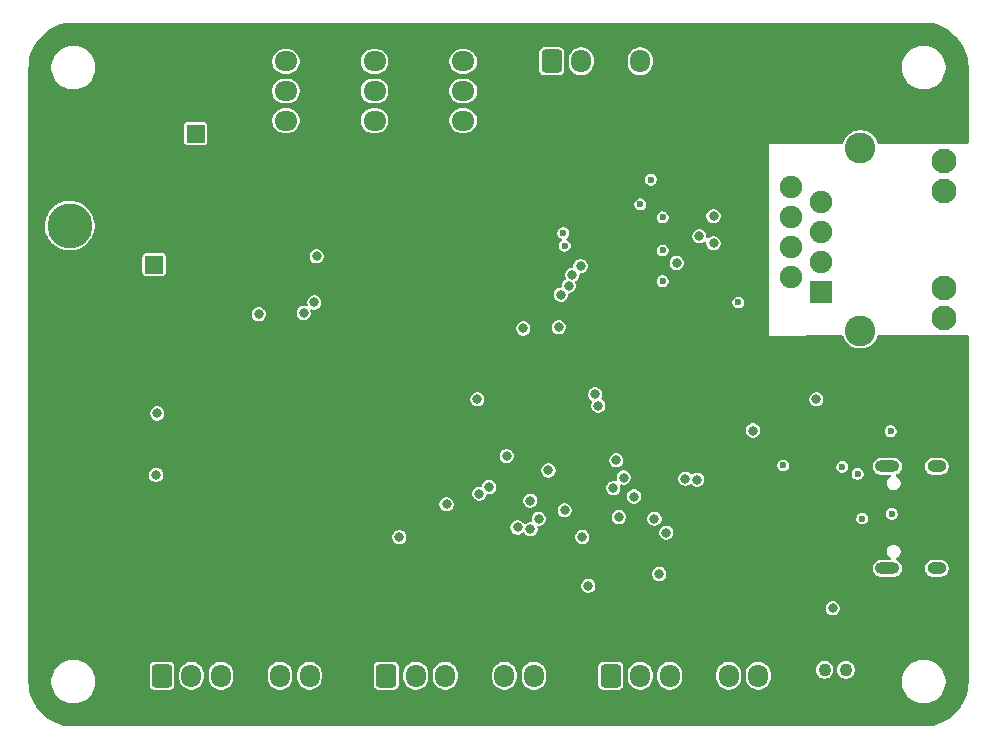
<source format=gbr>
%TF.GenerationSoftware,KiCad,Pcbnew,9.0.6-9.0.6~ubuntu22.04.1*%
%TF.CreationDate,2025-12-31T09:15:03+09:00*%
%TF.ProjectId,GN10Mainboard,474e3130-4d61-4696-9e62-6f6172642e6b,rev?*%
%TF.SameCoordinates,Original*%
%TF.FileFunction,Copper,L2,Inr*%
%TF.FilePolarity,Positive*%
%FSLAX46Y46*%
G04 Gerber Fmt 4.6, Leading zero omitted, Abs format (unit mm)*
G04 Created by KiCad (PCBNEW 9.0.6-9.0.6~ubuntu22.04.1) date 2025-12-31 09:15:03*
%MOMM*%
%LPD*%
G01*
G04 APERTURE LIST*
G04 Aperture macros list*
%AMRoundRect*
0 Rectangle with rounded corners*
0 $1 Rounding radius*
0 $2 $3 $4 $5 $6 $7 $8 $9 X,Y pos of 4 corners*
0 Add a 4 corners polygon primitive as box body*
4,1,4,$2,$3,$4,$5,$6,$7,$8,$9,$2,$3,0*
0 Add four circle primitives for the rounded corners*
1,1,$1+$1,$2,$3*
1,1,$1+$1,$4,$5*
1,1,$1+$1,$6,$7*
1,1,$1+$1,$8,$9*
0 Add four rect primitives between the rounded corners*
20,1,$1+$1,$2,$3,$4,$5,0*
20,1,$1+$1,$4,$5,$6,$7,0*
20,1,$1+$1,$6,$7,$8,$9,0*
20,1,$1+$1,$8,$9,$2,$3,0*%
G04 Aperture macros list end*
%TA.AperFunction,HeatsinkPad*%
%ADD10C,0.500000*%
%TD*%
%TA.AperFunction,ComponentPad*%
%ADD11RoundRect,0.250000X0.725000X-0.600000X0.725000X0.600000X-0.725000X0.600000X-0.725000X-0.600000X0*%
%TD*%
%TA.AperFunction,ComponentPad*%
%ADD12O,1.950000X1.700000*%
%TD*%
%TA.AperFunction,ComponentPad*%
%ADD13RoundRect,0.250000X-0.600000X-0.725000X0.600000X-0.725000X0.600000X0.725000X-0.600000X0.725000X0*%
%TD*%
%TA.AperFunction,ComponentPad*%
%ADD14O,1.700000X1.950000*%
%TD*%
%TA.AperFunction,ComponentPad*%
%ADD15R,1.900000X1.900000*%
%TD*%
%TA.AperFunction,ComponentPad*%
%ADD16C,1.900000*%
%TD*%
%TA.AperFunction,ComponentPad*%
%ADD17C,2.100000*%
%TD*%
%TA.AperFunction,ComponentPad*%
%ADD18C,2.600000*%
%TD*%
%TA.AperFunction,ComponentPad*%
%ADD19RoundRect,0.250000X0.550000X0.550000X-0.550000X0.550000X-0.550000X-0.550000X0.550000X-0.550000X0*%
%TD*%
%TA.AperFunction,ComponentPad*%
%ADD20C,1.600000*%
%TD*%
%TA.AperFunction,ComponentPad*%
%ADD21RoundRect,0.760000X-1.140000X1.140000X-1.140000X-1.140000X1.140000X-1.140000X1.140000X1.140000X0*%
%TD*%
%TA.AperFunction,ComponentPad*%
%ADD22C,3.800000*%
%TD*%
%TA.AperFunction,HeatsinkPad*%
%ADD23O,2.100000X1.000000*%
%TD*%
%TA.AperFunction,HeatsinkPad*%
%ADD24O,1.600000X1.000000*%
%TD*%
%TA.AperFunction,ComponentPad*%
%ADD25RoundRect,0.250000X-0.550000X-0.550000X0.550000X-0.550000X0.550000X0.550000X-0.550000X0.550000X0*%
%TD*%
%TA.AperFunction,ComponentPad*%
%ADD26C,1.100000*%
%TD*%
%TA.AperFunction,ViaPad*%
%ADD27C,0.600000*%
%TD*%
%TA.AperFunction,ViaPad*%
%ADD28C,0.500000*%
%TD*%
%TA.AperFunction,ViaPad*%
%ADD29C,0.800000*%
%TD*%
G04 APERTURE END LIST*
D10*
%TO.N,GND*%
%TO.C,U1*%
X137922500Y-126112500D03*
X136622500Y-126112500D03*
X135322500Y-126112500D03*
X137922500Y-127412500D03*
X136622500Y-127412500D03*
X135322500Y-127412500D03*
%TD*%
D11*
%TO.N,GND*%
%TO.C,J8*%
X167000000Y-101000000D03*
D12*
%TO.N,CAN3_L*%
X167000000Y-98500000D03*
%TO.N,+5V*%
X167000000Y-96000000D03*
%TO.N,CAN3_H*%
X167000000Y-93500000D03*
%TD*%
D13*
%TO.N,TIM1_CH1*%
%TO.C,J5*%
X141500000Y-145500000D03*
D14*
%TO.N,+3.3V*%
X144000000Y-145500000D03*
%TO.N,TIM1_CH2*%
X146500000Y-145500000D03*
%TO.N,GND*%
X149000000Y-145500000D03*
%TO.N,unconnected-(J5-Pin_5-Pad5)*%
X151500000Y-145500000D03*
%TO.N,unconnected-(J5-Pin_6-Pad6)*%
X154000000Y-145500000D03*
%TD*%
D15*
%TO.N,Net-(J9-TD+)*%
%TO.C,J9*%
X197337500Y-113000000D03*
D16*
%TO.N,Net-(J9-TCT)*%
X194797500Y-111730000D03*
%TO.N,Net-(J9-TD-)*%
X197337500Y-110460000D03*
%TO.N,Net-(J9-RD+)*%
X194797500Y-109190000D03*
%TO.N,Net-(J9-RCT)*%
X197337500Y-107920000D03*
%TO.N,Net-(J9-RD-)*%
X194797500Y-106650000D03*
%TO.N,N/C*%
X197337500Y-105380000D03*
%TO.N,GNDS*%
X194797500Y-104110000D03*
D17*
%TO.N,+3.3V*%
X207747500Y-115180000D03*
%TO.N,Net-(J9-PadL2)*%
X207747500Y-112640000D03*
%TO.N,+3.3V*%
X207747500Y-104470000D03*
%TO.N,Net-(J9-PadL4)*%
X207747500Y-101930000D03*
D18*
%TO.N,GNDS*%
X200637500Y-116300000D03*
X200637500Y-100810000D03*
%TD*%
D19*
%TO.N,+5V*%
%TO.C,C44*%
X144352651Y-99600000D03*
D20*
%TO.N,GND*%
X140852651Y-99600000D03*
%TD*%
D21*
%TO.N,GND*%
%TO.C,J1*%
X133700000Y-102400000D03*
D22*
%TO.N,+BATT*%
X133700000Y-107400000D03*
%TD*%
D23*
%TO.N,unconnected-(J10-SHIELD-PadS1)_3*%
%TO.C,J10*%
X202930000Y-136420000D03*
D24*
%TO.N,unconnected-(J10-SHIELD-PadS1)_2*%
X207110000Y-136420000D03*
D23*
%TO.N,unconnected-(J10-SHIELD-PadS1)*%
X202930000Y-127780000D03*
D24*
%TO.N,unconnected-(J10-SHIELD-PadS1)_1*%
X207110000Y-127780000D03*
%TD*%
D25*
%TO.N,+BATT*%
%TO.C,C43*%
X140847349Y-110700000D03*
D20*
%TO.N,GND*%
X144347349Y-110700000D03*
%TD*%
D13*
%TO.N,+3.3V*%
%TO.C,J4*%
X174500000Y-93475000D03*
D14*
%TO.N,SYS_SWCLK*%
X177000000Y-93475000D03*
%TO.N,GND*%
X179500000Y-93475000D03*
%TO.N,SYS_SWDIO*%
X182000000Y-93475000D03*
%TD*%
D13*
%TO.N,TIM3_CH1*%
%TO.C,J14*%
X179500000Y-145500000D03*
D14*
%TO.N,+3.3V*%
X182000000Y-145500000D03*
%TO.N,TIM3_CH2*%
X184500000Y-145500000D03*
%TO.N,GND*%
X187000000Y-145500000D03*
%TO.N,unconnected-(J14-Pin_5-Pad5)*%
X189500000Y-145500000D03*
%TO.N,unconnected-(J14-Pin_6-Pad6)*%
X192000000Y-145500000D03*
%TD*%
D11*
%TO.N,GND*%
%TO.C,J7*%
X159500000Y-101000000D03*
D12*
%TO.N,CAN2_L*%
X159500000Y-98500000D03*
%TO.N,+5V*%
X159500000Y-96000000D03*
%TO.N,CAN2_H*%
X159500000Y-93500000D03*
%TD*%
D26*
%TO.N,*%
%TO.C,SW1*%
X199400000Y-145000000D03*
X197600000Y-145000000D03*
%TD*%
D13*
%TO.N,TIM2_CH1*%
%TO.C,J13*%
X160500000Y-145500000D03*
D14*
%TO.N,+3.3V*%
X163000000Y-145500000D03*
%TO.N,TIM2_CH2*%
X165500000Y-145500000D03*
%TO.N,GND*%
X168000000Y-145500000D03*
%TO.N,unconnected-(J13-Pin_5-Pad5)*%
X170500000Y-145500000D03*
%TO.N,unconnected-(J13-Pin_6-Pad6)*%
X173000000Y-145500000D03*
%TD*%
D11*
%TO.N,GND*%
%TO.C,J6*%
X152000000Y-101000000D03*
D12*
%TO.N,CAN1_L*%
X152000000Y-98500000D03*
%TO.N,+5V*%
X152000000Y-96000000D03*
%TO.N,CAN1_H*%
X152000000Y-93500000D03*
%TD*%
D27*
%TO.N,GND*%
X180300000Y-113000000D03*
X209000000Y-120000000D03*
X159000000Y-132000000D03*
X191000000Y-105000000D03*
X202000000Y-91000000D03*
X194000000Y-133000000D03*
X209000000Y-138000000D03*
X173700000Y-121900000D03*
X186000000Y-141000000D03*
X182000000Y-116000000D03*
X168000000Y-91000000D03*
X152000000Y-91000000D03*
X140900000Y-137700000D03*
X168400000Y-113300000D03*
X153000000Y-116000000D03*
X175000000Y-140000000D03*
X172000000Y-126000000D03*
X199200000Y-124700000D03*
X153000000Y-110000000D03*
X162000000Y-136000000D03*
X159000000Y-120000000D03*
X160000000Y-91000000D03*
X192000000Y-91000000D03*
X187000000Y-106000000D03*
X185300000Y-121400000D03*
X162000000Y-142000000D03*
X183000000Y-142000000D03*
X192000000Y-136000000D03*
X133400000Y-126300000D03*
X140400000Y-127000000D03*
X178300000Y-118800000D03*
X139700000Y-127300000D03*
X186200000Y-109300000D03*
X133400000Y-127200000D03*
X188900000Y-132500000D03*
X186200000Y-107400000D03*
X206000000Y-126000000D03*
X163400000Y-135300000D03*
X178300000Y-110900000D03*
X142100000Y-126600000D03*
X159000000Y-129000000D03*
X208700000Y-99600000D03*
X185000000Y-116000000D03*
X140400000Y-127700000D03*
X139700000Y-137700000D03*
X195000000Y-122000000D03*
X137000000Y-105000000D03*
X188000000Y-141000000D03*
X142100000Y-123400000D03*
X144000000Y-115000000D03*
X131000000Y-120000000D03*
X183000000Y-149000000D03*
X170000000Y-128000000D03*
X138500000Y-137700000D03*
X165000000Y-149000000D03*
X173000000Y-129000000D03*
X156000000Y-120000000D03*
X190000000Y-141000000D03*
X146000000Y-140000000D03*
X169000000Y-127000000D03*
X150000000Y-123000000D03*
X165000000Y-123000000D03*
X156000000Y-149000000D03*
X178300000Y-113000000D03*
X196000000Y-136000000D03*
X168100000Y-111400000D03*
X169100000Y-131000000D03*
X165500000Y-110700000D03*
X197000000Y-118000000D03*
X134000000Y-140000000D03*
X187500000Y-131000000D03*
X197000000Y-91000000D03*
X199300000Y-132300000D03*
X142100000Y-116500000D03*
X134000000Y-112000000D03*
X162300000Y-132800000D03*
D28*
X161100000Y-128400000D03*
D27*
X165300000Y-133000000D03*
X173100000Y-117300000D03*
X149000000Y-140000000D03*
X162000000Y-123000000D03*
X133000000Y-138000000D03*
X137000000Y-140000000D03*
X191000000Y-129000000D03*
X188000000Y-116000000D03*
X138600000Y-122400000D03*
X180900000Y-108800000D03*
X173000000Y-114000000D03*
X142100000Y-119800000D03*
X149000000Y-137000000D03*
X178000000Y-136000000D03*
X142100000Y-122000000D03*
X142100000Y-127300000D03*
X139700000Y-126700000D03*
X191000000Y-116000000D03*
X199200000Y-129000000D03*
X148000000Y-120000000D03*
X149000000Y-131000000D03*
X180000000Y-136000000D03*
X206000000Y-120000000D03*
X148000000Y-123000000D03*
X186000000Y-136000000D03*
X182300000Y-136600000D03*
X137900000Y-137700000D03*
X172000000Y-105000000D03*
X186000000Y-125000000D03*
X143300000Y-137700000D03*
X149000000Y-134000000D03*
X173000000Y-134000000D03*
X183000000Y-125000000D03*
X186100000Y-111500000D03*
X131000000Y-112000000D03*
X142700000Y-137700000D03*
X174000000Y-149000000D03*
X142100000Y-128000000D03*
X179000000Y-125000000D03*
X166000000Y-136000000D03*
X141000000Y-115000000D03*
X177300000Y-107700000D03*
X148000000Y-98700000D03*
X140400000Y-126300000D03*
X138800000Y-135500000D03*
X191000000Y-120000000D03*
X142100000Y-137700000D03*
X195000000Y-129000000D03*
X146000000Y-91000000D03*
X140000000Y-105000000D03*
X185300000Y-119200000D03*
X181000000Y-91000000D03*
X197000000Y-133000000D03*
X169000000Y-119000000D03*
X150000000Y-106100000D03*
X176000000Y-145000000D03*
X197000000Y-130000000D03*
X133400000Y-129200000D03*
X133000000Y-134000000D03*
X183000000Y-139000000D03*
X166000000Y-119000000D03*
X143000000Y-140000000D03*
X131000000Y-140000000D03*
X168300000Y-109100000D03*
X134000000Y-120000000D03*
X194000000Y-118000000D03*
X188000000Y-104000000D03*
X181000000Y-112000000D03*
X183000000Y-107000000D03*
X203000000Y-126000000D03*
X138800000Y-130900000D03*
X137000000Y-136000000D03*
X175000000Y-91000000D03*
X170500000Y-115100000D03*
X169000000Y-115000000D03*
X157000000Y-145000000D03*
X177000000Y-100000000D03*
X185000000Y-100000000D03*
X140000000Y-115000000D03*
X159000000Y-126000000D03*
X187600000Y-132500000D03*
X185000000Y-138000000D03*
X138800000Y-132700000D03*
X156000000Y-116000000D03*
X209000000Y-118000000D03*
X191000000Y-113000000D03*
X170900000Y-109000000D03*
X178300000Y-112000000D03*
X188800000Y-131100000D03*
X133900000Y-122600000D03*
X170000000Y-107000000D03*
X151000000Y-115000000D03*
X138800000Y-134500000D03*
X138800000Y-136500000D03*
X158400000Y-110700000D03*
X165000000Y-140000000D03*
X144000000Y-105000000D03*
X180800000Y-118700000D03*
X159000000Y-123000000D03*
X162000000Y-107000000D03*
X166000000Y-115000000D03*
X199100000Y-138700000D03*
X170000000Y-140000000D03*
X141500000Y-137700000D03*
X137000000Y-100000000D03*
X159000000Y-115000000D03*
X192400000Y-113000000D03*
X144000000Y-120000000D03*
X191000000Y-102000000D03*
X142100000Y-117400000D03*
X172000000Y-100000000D03*
X180000000Y-140000000D03*
X209000000Y-141000000D03*
X192000000Y-138000000D03*
X142000000Y-115000000D03*
X143000000Y-115000000D03*
X138800000Y-131800000D03*
X179900000Y-133500000D03*
X137000000Y-112000000D03*
X138800000Y-133600000D03*
X131000000Y-116000000D03*
X140000000Y-140000000D03*
X133400000Y-128200000D03*
X200000000Y-120000000D03*
X162000000Y-115000000D03*
X131000000Y-136000000D03*
X140000000Y-142000000D03*
X194100000Y-124000000D03*
X142100000Y-121300000D03*
X148200000Y-106300000D03*
X139100000Y-137700000D03*
X181000000Y-100000000D03*
X139000000Y-95000000D03*
X142100000Y-118200000D03*
X187000000Y-91000000D03*
X151000000Y-119000000D03*
X140000000Y-149000000D03*
X175000000Y-134000000D03*
X195000000Y-126000000D03*
X131000000Y-128000000D03*
X198000000Y-149000000D03*
X193200000Y-99900000D03*
X188000000Y-107800000D03*
X203000000Y-120000000D03*
X192000000Y-140000000D03*
X155000000Y-107000000D03*
X192000000Y-149000000D03*
X142100000Y-122700000D03*
X134600000Y-122600000D03*
X131000000Y-124000000D03*
X209000000Y-126000000D03*
X142100000Y-119000000D03*
X174000000Y-126000000D03*
X198000000Y-99900000D03*
X181000000Y-104000000D03*
D28*
X164200000Y-128500000D03*
D27*
X142100000Y-120600000D03*
X148000000Y-114000000D03*
X162000000Y-120000000D03*
X165700000Y-125500000D03*
X196000000Y-139000000D03*
X168000000Y-110000000D03*
X148000000Y-110000000D03*
X134000000Y-116000000D03*
D28*
X162600000Y-128400000D03*
D27*
X144000000Y-117000000D03*
X140300000Y-137700000D03*
X131000000Y-132000000D03*
X201300000Y-125500000D03*
X148000000Y-149000000D03*
X139700000Y-127900000D03*
X190600000Y-132600000D03*
X139000000Y-91000000D03*
X180900000Y-110800000D03*
X185000000Y-105000000D03*
X133400000Y-130100000D03*
X178200000Y-107700000D03*
X148000000Y-117000000D03*
X149000000Y-128000000D03*
%TO.N,+3.3V*%
X190300000Y-113900000D03*
X183900000Y-109500000D03*
D29*
X183600000Y-136900000D03*
X154405000Y-113900000D03*
X177600000Y-137900000D03*
X168200000Y-122100000D03*
D27*
X183900000Y-106700000D03*
D29*
X154600000Y-110000000D03*
D27*
X183900000Y-112100000D03*
D29*
X172100000Y-116100000D03*
%TO.N,STM32_RESET*%
X198300000Y-139800000D03*
X169200798Y-129530617D03*
%TO.N,Net-(D2-K)*%
X141000000Y-128500000D03*
X141100000Y-123300000D03*
%TO.N,Net-(U8-RXN)*%
X187000000Y-108300000D03*
X188200000Y-106600000D03*
%TO.N,Net-(U8-RXP)*%
X185084954Y-110558754D03*
X188200000Y-108900000D03*
%TO.N,SYS_SWDIO*%
X178450000Y-122650000D03*
%TO.N,SYS_SWCLK*%
X178176000Y-121688269D03*
%TO.N,TIM1_CH1*%
X168377077Y-130097617D03*
%TO.N,TIM1_CH2*%
X165600000Y-131000000D03*
X161600000Y-133775000D03*
D27*
%TO.N,USBD+*%
X199100000Y-127800000D03*
X203300000Y-131800000D03*
%TO.N,USBD-*%
X200789998Y-132200000D03*
X200400000Y-128425000D03*
D29*
%TO.N,W5500_RST*%
X172687347Y-130687347D03*
X175100000Y-116000000D03*
D27*
%TO.N,LNK*%
X175476899Y-108026000D03*
X182000000Y-105600000D03*
%TO.N,ACT*%
X182900000Y-103500000D03*
X175600000Y-109100000D03*
%TO.N,Net-(U11-CBUS2)*%
X203200000Y-124800000D03*
X194100000Y-127700000D03*
D29*
%TO.N,I2C3_SDA*%
X184200000Y-133400000D03*
X179720843Y-129625000D03*
%TO.N,I2C3_SCL*%
X181462653Y-130337347D03*
X183200000Y-132220000D03*
%TO.N,GYRO_RESET*%
X180187347Y-132075000D03*
X186822127Y-128909283D03*
%TO.N,CAN1_TX*%
X170687347Y-126912653D03*
X149700000Y-114900000D03*
%TO.N,USART1_TX*%
X180600000Y-128725000D03*
X191550000Y-124750000D03*
%TO.N,CAN1_RX*%
X153500000Y-114800000D03*
X174224694Y-128124694D03*
%TO.N,SPI1_MISO*%
X175933772Y-112498686D03*
X173400000Y-132225000D03*
%TO.N,GYRO_INT*%
X185825000Y-128833493D03*
X177090276Y-133763659D03*
%TO.N,USART1_RX*%
X196900000Y-122100000D03*
X179959697Y-127275001D03*
%TO.N,SPI1_MOSI*%
X175275000Y-113251028D03*
X171612653Y-132950000D03*
%TO.N,SPI1_SCK*%
X175600000Y-131500000D03*
X176250000Y-111550000D03*
%TO.N,SPI1_CS*%
X176943905Y-110829930D03*
X172700000Y-133100000D03*
%TD*%
%TA.AperFunction,Conductor*%
%TO.N,GND*%
G36*
X206003032Y-90200649D02*
G01*
X206067797Y-90203830D01*
X206366338Y-90218497D01*
X206378440Y-90219689D01*
X206735230Y-90272613D01*
X206747140Y-90274982D01*
X207097046Y-90362629D01*
X207108663Y-90366154D01*
X207448275Y-90487669D01*
X207459497Y-90492317D01*
X207785582Y-90646543D01*
X207796290Y-90652267D01*
X207984308Y-90764961D01*
X208105659Y-90837696D01*
X208115777Y-90844456D01*
X208405488Y-91059321D01*
X208414894Y-91067041D01*
X208682146Y-91309264D01*
X208690735Y-91317853D01*
X208894324Y-91542479D01*
X208932958Y-91585105D01*
X208940678Y-91594511D01*
X209155543Y-91884222D01*
X209162303Y-91894340D01*
X209347725Y-92203697D01*
X209353460Y-92214425D01*
X209416261Y-92347207D01*
X209507679Y-92540495D01*
X209512334Y-92551734D01*
X209619915Y-92852403D01*
X209633840Y-92891319D01*
X209637373Y-92902964D01*
X209725014Y-93252846D01*
X209727388Y-93264782D01*
X209780309Y-93621555D01*
X209781502Y-93633664D01*
X209799351Y-93996967D01*
X209799500Y-94003052D01*
X209799500Y-100366000D01*
X209779815Y-100433039D01*
X209727011Y-100478794D01*
X209675500Y-100490000D01*
X202201336Y-100490000D01*
X202134297Y-100470315D01*
X202088542Y-100417511D01*
X202083405Y-100404318D01*
X202070955Y-100366000D01*
X202028068Y-100234008D01*
X201920843Y-100023567D01*
X201782017Y-99832490D01*
X201615010Y-99665483D01*
X201423933Y-99526657D01*
X201391495Y-99510129D01*
X201213496Y-99419433D01*
X200988868Y-99346446D01*
X200755597Y-99309500D01*
X200755592Y-99309500D01*
X200519408Y-99309500D01*
X200519403Y-99309500D01*
X200286131Y-99346446D01*
X200061503Y-99419433D01*
X199851066Y-99526657D01*
X199742050Y-99605862D01*
X199659990Y-99665483D01*
X199659988Y-99665485D01*
X199659987Y-99665485D01*
X199492985Y-99832487D01*
X199492985Y-99832488D01*
X199492983Y-99832490D01*
X199433362Y-99914550D01*
X199354157Y-100023566D01*
X199246933Y-100234005D01*
X199246932Y-100234007D01*
X199246932Y-100234008D01*
X199246708Y-100234699D01*
X199191595Y-100404318D01*
X199152157Y-100461994D01*
X199087799Y-100489192D01*
X199073664Y-100490000D01*
X192887500Y-100490000D01*
X192887500Y-116730000D01*
X199098491Y-116698354D01*
X199165629Y-116717696D01*
X199211652Y-116770267D01*
X199217053Y-116784033D01*
X199246933Y-116875996D01*
X199354157Y-117086433D01*
X199492983Y-117277510D01*
X199659990Y-117444517D01*
X199851067Y-117583343D01*
X199950491Y-117634002D01*
X200061503Y-117690566D01*
X200061505Y-117690566D01*
X200061508Y-117690568D01*
X200181912Y-117729689D01*
X200286131Y-117763553D01*
X200519403Y-117800500D01*
X200519408Y-117800500D01*
X200755597Y-117800500D01*
X200988868Y-117763553D01*
X201213492Y-117690568D01*
X201423933Y-117583343D01*
X201615010Y-117444517D01*
X201782017Y-117277510D01*
X201920843Y-117086433D01*
X202028068Y-116875992D01*
X202063048Y-116768332D01*
X202102485Y-116710657D01*
X202166843Y-116683458D01*
X202180338Y-116682652D01*
X209674871Y-116644468D01*
X209742007Y-116663810D01*
X209788030Y-116716381D01*
X209799500Y-116768466D01*
X209799500Y-145996947D01*
X209799351Y-146003032D01*
X209781502Y-146366335D01*
X209780309Y-146378444D01*
X209727388Y-146735217D01*
X209725014Y-146747153D01*
X209637373Y-147097035D01*
X209633840Y-147108680D01*
X209512335Y-147448262D01*
X209507679Y-147459504D01*
X209353462Y-147785570D01*
X209347725Y-147796302D01*
X209162303Y-148105659D01*
X209155543Y-148115777D01*
X208940678Y-148405488D01*
X208932958Y-148414894D01*
X208690743Y-148682138D01*
X208682138Y-148690743D01*
X208414894Y-148932958D01*
X208405488Y-148940678D01*
X208115777Y-149155543D01*
X208105659Y-149162303D01*
X207796302Y-149347725D01*
X207785570Y-149353462D01*
X207459504Y-149507679D01*
X207448262Y-149512335D01*
X207108680Y-149633840D01*
X207097035Y-149637373D01*
X206747153Y-149725014D01*
X206735217Y-149727388D01*
X206378444Y-149780309D01*
X206366335Y-149781502D01*
X206003033Y-149799351D01*
X205996948Y-149799500D01*
X134003052Y-149799500D01*
X133996967Y-149799351D01*
X133633664Y-149781502D01*
X133621555Y-149780309D01*
X133264782Y-149727388D01*
X133252846Y-149725014D01*
X132902964Y-149637373D01*
X132891323Y-149633841D01*
X132551734Y-149512334D01*
X132540495Y-149507679D01*
X132214429Y-149353462D01*
X132203702Y-149347727D01*
X131894340Y-149162303D01*
X131884222Y-149155543D01*
X131594511Y-148940678D01*
X131585105Y-148932958D01*
X131542479Y-148894324D01*
X131317853Y-148690735D01*
X131309264Y-148682146D01*
X131067041Y-148414894D01*
X131059321Y-148405488D01*
X130844456Y-148115777D01*
X130837696Y-148105659D01*
X130652267Y-147796290D01*
X130646543Y-147785582D01*
X130492317Y-147459497D01*
X130487669Y-147448275D01*
X130366154Y-147108663D01*
X130362629Y-147097046D01*
X130274982Y-146747140D01*
X130272613Y-146735230D01*
X130219689Y-146378440D01*
X130218497Y-146366334D01*
X130200649Y-146003031D01*
X130200500Y-145996947D01*
X130200500Y-145878711D01*
X132149500Y-145878711D01*
X132149500Y-146121288D01*
X132181161Y-146361785D01*
X132243947Y-146596104D01*
X132260113Y-146635131D01*
X132336776Y-146820212D01*
X132458064Y-147030289D01*
X132458066Y-147030292D01*
X132458067Y-147030293D01*
X132605733Y-147222736D01*
X132605739Y-147222743D01*
X132777256Y-147394260D01*
X132777262Y-147394265D01*
X132969711Y-147541936D01*
X133179788Y-147663224D01*
X133403900Y-147756054D01*
X133638211Y-147818838D01*
X133818586Y-147842584D01*
X133878711Y-147850500D01*
X133878712Y-147850500D01*
X134121289Y-147850500D01*
X134169388Y-147844167D01*
X134361789Y-147818838D01*
X134596100Y-147756054D01*
X134820212Y-147663224D01*
X135030289Y-147541936D01*
X135222738Y-147394265D01*
X135394265Y-147222738D01*
X135541936Y-147030289D01*
X135663224Y-146820212D01*
X135756054Y-146596100D01*
X135818838Y-146361789D01*
X135850500Y-146121288D01*
X135850500Y-145878712D01*
X135818838Y-145638211D01*
X135756054Y-145403900D01*
X135663224Y-145179788D01*
X135541936Y-144969711D01*
X135471105Y-144877402D01*
X135406588Y-144793321D01*
X135394266Y-144777263D01*
X135394260Y-144777256D01*
X135337734Y-144720730D01*
X140449500Y-144720730D01*
X140449500Y-146279269D01*
X140452353Y-146309699D01*
X140452353Y-146309701D01*
X140497206Y-146437880D01*
X140497207Y-146437882D01*
X140577850Y-146547150D01*
X140687118Y-146627793D01*
X140708089Y-146635131D01*
X140815299Y-146672646D01*
X140845730Y-146675500D01*
X140845734Y-146675500D01*
X142154270Y-146675500D01*
X142184699Y-146672646D01*
X142184701Y-146672646D01*
X142248790Y-146650219D01*
X142312882Y-146627793D01*
X142422150Y-146547150D01*
X142502793Y-146437882D01*
X142529419Y-146361789D01*
X142547646Y-146309701D01*
X142547646Y-146309699D01*
X142550500Y-146279269D01*
X142550500Y-145271530D01*
X142949500Y-145271530D01*
X142949500Y-145728469D01*
X142989868Y-145931412D01*
X142989870Y-145931420D01*
X143069058Y-146122596D01*
X143184024Y-146294657D01*
X143330342Y-146440975D01*
X143330345Y-146440977D01*
X143502402Y-146555941D01*
X143693580Y-146635130D01*
X143882187Y-146672646D01*
X143896530Y-146675499D01*
X143896534Y-146675500D01*
X143896535Y-146675500D01*
X144103466Y-146675500D01*
X144103467Y-146675499D01*
X144306420Y-146635130D01*
X144497598Y-146555941D01*
X144669655Y-146440977D01*
X144815977Y-146294655D01*
X144930941Y-146122598D01*
X145010130Y-145931420D01*
X145050500Y-145728465D01*
X145050500Y-145271535D01*
X145050499Y-145271530D01*
X145449500Y-145271530D01*
X145449500Y-145728469D01*
X145489868Y-145931412D01*
X145489870Y-145931420D01*
X145569058Y-146122596D01*
X145684024Y-146294657D01*
X145830342Y-146440975D01*
X145830345Y-146440977D01*
X146002402Y-146555941D01*
X146193580Y-146635130D01*
X146382187Y-146672646D01*
X146396530Y-146675499D01*
X146396534Y-146675500D01*
X146396535Y-146675500D01*
X146603466Y-146675500D01*
X146603467Y-146675499D01*
X146806420Y-146635130D01*
X146997598Y-146555941D01*
X147169655Y-146440977D01*
X147315977Y-146294655D01*
X147430941Y-146122598D01*
X147510130Y-145931420D01*
X147550500Y-145728465D01*
X147550500Y-145271535D01*
X147550499Y-145271530D01*
X150449500Y-145271530D01*
X150449500Y-145728469D01*
X150489868Y-145931412D01*
X150489870Y-145931420D01*
X150569058Y-146122596D01*
X150684024Y-146294657D01*
X150830342Y-146440975D01*
X150830345Y-146440977D01*
X151002402Y-146555941D01*
X151193580Y-146635130D01*
X151382187Y-146672646D01*
X151396530Y-146675499D01*
X151396534Y-146675500D01*
X151396535Y-146675500D01*
X151603466Y-146675500D01*
X151603467Y-146675499D01*
X151806420Y-146635130D01*
X151997598Y-146555941D01*
X152169655Y-146440977D01*
X152315977Y-146294655D01*
X152430941Y-146122598D01*
X152510130Y-145931420D01*
X152550500Y-145728465D01*
X152550500Y-145271535D01*
X152550499Y-145271530D01*
X152949500Y-145271530D01*
X152949500Y-145728469D01*
X152989868Y-145931412D01*
X152989870Y-145931420D01*
X153069058Y-146122596D01*
X153184024Y-146294657D01*
X153330342Y-146440975D01*
X153330345Y-146440977D01*
X153502402Y-146555941D01*
X153693580Y-146635130D01*
X153882187Y-146672646D01*
X153896530Y-146675499D01*
X153896534Y-146675500D01*
X153896535Y-146675500D01*
X154103466Y-146675500D01*
X154103467Y-146675499D01*
X154306420Y-146635130D01*
X154497598Y-146555941D01*
X154669655Y-146440977D01*
X154815977Y-146294655D01*
X154930941Y-146122598D01*
X155010130Y-145931420D01*
X155050500Y-145728465D01*
X155050500Y-145271535D01*
X155010130Y-145068580D01*
X154930941Y-144877402D01*
X154870353Y-144786725D01*
X154870352Y-144786722D01*
X154826257Y-144720730D01*
X159449500Y-144720730D01*
X159449500Y-146279269D01*
X159452353Y-146309699D01*
X159452353Y-146309701D01*
X159497206Y-146437880D01*
X159497207Y-146437882D01*
X159577850Y-146547150D01*
X159687118Y-146627793D01*
X159708089Y-146635131D01*
X159815299Y-146672646D01*
X159845730Y-146675500D01*
X159845734Y-146675500D01*
X161154270Y-146675500D01*
X161184699Y-146672646D01*
X161184701Y-146672646D01*
X161248790Y-146650219D01*
X161312882Y-146627793D01*
X161422150Y-146547150D01*
X161502793Y-146437882D01*
X161529419Y-146361789D01*
X161547646Y-146309701D01*
X161547646Y-146309699D01*
X161550500Y-146279269D01*
X161550500Y-145271530D01*
X161949500Y-145271530D01*
X161949500Y-145728469D01*
X161989868Y-145931412D01*
X161989870Y-145931420D01*
X162069058Y-146122596D01*
X162184024Y-146294657D01*
X162330342Y-146440975D01*
X162330345Y-146440977D01*
X162502402Y-146555941D01*
X162693580Y-146635130D01*
X162882187Y-146672646D01*
X162896530Y-146675499D01*
X162896534Y-146675500D01*
X162896535Y-146675500D01*
X163103466Y-146675500D01*
X163103467Y-146675499D01*
X163306420Y-146635130D01*
X163497598Y-146555941D01*
X163669655Y-146440977D01*
X163815977Y-146294655D01*
X163930941Y-146122598D01*
X164010130Y-145931420D01*
X164050500Y-145728465D01*
X164050500Y-145271535D01*
X164050499Y-145271530D01*
X164449500Y-145271530D01*
X164449500Y-145728469D01*
X164489868Y-145931412D01*
X164489870Y-145931420D01*
X164569058Y-146122596D01*
X164684024Y-146294657D01*
X164830342Y-146440975D01*
X164830345Y-146440977D01*
X165002402Y-146555941D01*
X165193580Y-146635130D01*
X165382187Y-146672646D01*
X165396530Y-146675499D01*
X165396534Y-146675500D01*
X165396535Y-146675500D01*
X165603466Y-146675500D01*
X165603467Y-146675499D01*
X165806420Y-146635130D01*
X165997598Y-146555941D01*
X166169655Y-146440977D01*
X166315977Y-146294655D01*
X166430941Y-146122598D01*
X166510130Y-145931420D01*
X166550500Y-145728465D01*
X166550500Y-145271535D01*
X166550499Y-145271530D01*
X169449500Y-145271530D01*
X169449500Y-145728469D01*
X169489868Y-145931412D01*
X169489870Y-145931420D01*
X169569058Y-146122596D01*
X169684024Y-146294657D01*
X169830342Y-146440975D01*
X169830345Y-146440977D01*
X170002402Y-146555941D01*
X170193580Y-146635130D01*
X170382187Y-146672646D01*
X170396530Y-146675499D01*
X170396534Y-146675500D01*
X170396535Y-146675500D01*
X170603466Y-146675500D01*
X170603467Y-146675499D01*
X170806420Y-146635130D01*
X170997598Y-146555941D01*
X171169655Y-146440977D01*
X171315977Y-146294655D01*
X171430941Y-146122598D01*
X171510130Y-145931420D01*
X171550500Y-145728465D01*
X171550500Y-145271535D01*
X171550499Y-145271530D01*
X171949500Y-145271530D01*
X171949500Y-145728469D01*
X171989868Y-145931412D01*
X171989870Y-145931420D01*
X172069058Y-146122596D01*
X172184024Y-146294657D01*
X172330342Y-146440975D01*
X172330345Y-146440977D01*
X172502402Y-146555941D01*
X172693580Y-146635130D01*
X172882187Y-146672646D01*
X172896530Y-146675499D01*
X172896534Y-146675500D01*
X172896535Y-146675500D01*
X173103466Y-146675500D01*
X173103467Y-146675499D01*
X173306420Y-146635130D01*
X173497598Y-146555941D01*
X173669655Y-146440977D01*
X173815977Y-146294655D01*
X173930941Y-146122598D01*
X174010130Y-145931420D01*
X174050500Y-145728465D01*
X174050500Y-145271535D01*
X174010130Y-145068580D01*
X173930941Y-144877402D01*
X173870353Y-144786725D01*
X173870352Y-144786722D01*
X173826257Y-144720730D01*
X178449500Y-144720730D01*
X178449500Y-146279269D01*
X178452353Y-146309699D01*
X178452353Y-146309701D01*
X178497206Y-146437880D01*
X178497207Y-146437882D01*
X178577850Y-146547150D01*
X178687118Y-146627793D01*
X178708089Y-146635131D01*
X178815299Y-146672646D01*
X178845730Y-146675500D01*
X178845734Y-146675500D01*
X180154270Y-146675500D01*
X180184699Y-146672646D01*
X180184701Y-146672646D01*
X180248790Y-146650219D01*
X180312882Y-146627793D01*
X180422150Y-146547150D01*
X180502793Y-146437882D01*
X180529419Y-146361789D01*
X180547646Y-146309701D01*
X180547646Y-146309699D01*
X180550500Y-146279269D01*
X180550500Y-145271530D01*
X180949500Y-145271530D01*
X180949500Y-145728469D01*
X180989868Y-145931412D01*
X180989870Y-145931420D01*
X181069058Y-146122596D01*
X181184024Y-146294657D01*
X181330342Y-146440975D01*
X181330345Y-146440977D01*
X181502402Y-146555941D01*
X181693580Y-146635130D01*
X181882187Y-146672646D01*
X181896530Y-146675499D01*
X181896534Y-146675500D01*
X181896535Y-146675500D01*
X182103466Y-146675500D01*
X182103467Y-146675499D01*
X182306420Y-146635130D01*
X182497598Y-146555941D01*
X182669655Y-146440977D01*
X182815977Y-146294655D01*
X182930941Y-146122598D01*
X183010130Y-145931420D01*
X183050500Y-145728465D01*
X183050500Y-145271535D01*
X183050499Y-145271530D01*
X183449500Y-145271530D01*
X183449500Y-145728469D01*
X183489868Y-145931412D01*
X183489870Y-145931420D01*
X183569058Y-146122596D01*
X183684024Y-146294657D01*
X183830342Y-146440975D01*
X183830345Y-146440977D01*
X184002402Y-146555941D01*
X184193580Y-146635130D01*
X184382187Y-146672646D01*
X184396530Y-146675499D01*
X184396534Y-146675500D01*
X184396535Y-146675500D01*
X184603466Y-146675500D01*
X184603467Y-146675499D01*
X184806420Y-146635130D01*
X184997598Y-146555941D01*
X185169655Y-146440977D01*
X185315977Y-146294655D01*
X185430941Y-146122598D01*
X185510130Y-145931420D01*
X185550500Y-145728465D01*
X185550500Y-145271535D01*
X185550499Y-145271530D01*
X188449500Y-145271530D01*
X188449500Y-145728469D01*
X188489868Y-145931412D01*
X188489870Y-145931420D01*
X188569058Y-146122596D01*
X188684024Y-146294657D01*
X188830342Y-146440975D01*
X188830345Y-146440977D01*
X189002402Y-146555941D01*
X189193580Y-146635130D01*
X189382187Y-146672646D01*
X189396530Y-146675499D01*
X189396534Y-146675500D01*
X189396535Y-146675500D01*
X189603466Y-146675500D01*
X189603467Y-146675499D01*
X189806420Y-146635130D01*
X189997598Y-146555941D01*
X190169655Y-146440977D01*
X190315977Y-146294655D01*
X190430941Y-146122598D01*
X190510130Y-145931420D01*
X190550500Y-145728465D01*
X190550500Y-145271535D01*
X190550499Y-145271530D01*
X190949500Y-145271530D01*
X190949500Y-145728469D01*
X190989868Y-145931412D01*
X190989870Y-145931420D01*
X191069058Y-146122596D01*
X191184024Y-146294657D01*
X191330342Y-146440975D01*
X191330345Y-146440977D01*
X191502402Y-146555941D01*
X191693580Y-146635130D01*
X191882187Y-146672646D01*
X191896530Y-146675499D01*
X191896534Y-146675500D01*
X191896535Y-146675500D01*
X192103466Y-146675500D01*
X192103467Y-146675499D01*
X192306420Y-146635130D01*
X192497598Y-146555941D01*
X192669655Y-146440977D01*
X192815977Y-146294655D01*
X192930941Y-146122598D01*
X193010130Y-145931420D01*
X193020614Y-145878712D01*
X193020614Y-145878711D01*
X204149500Y-145878711D01*
X204149500Y-146121288D01*
X204181161Y-146361785D01*
X204243947Y-146596104D01*
X204260113Y-146635131D01*
X204336776Y-146820212D01*
X204458064Y-147030289D01*
X204458066Y-147030292D01*
X204458067Y-147030293D01*
X204605733Y-147222736D01*
X204605739Y-147222743D01*
X204777256Y-147394260D01*
X204777262Y-147394265D01*
X204969711Y-147541936D01*
X205179788Y-147663224D01*
X205403900Y-147756054D01*
X205638211Y-147818838D01*
X205818586Y-147842584D01*
X205878711Y-147850500D01*
X205878712Y-147850500D01*
X206121289Y-147850500D01*
X206169388Y-147844167D01*
X206361789Y-147818838D01*
X206596100Y-147756054D01*
X206820212Y-147663224D01*
X207030289Y-147541936D01*
X207222738Y-147394265D01*
X207394265Y-147222738D01*
X207541936Y-147030289D01*
X207663224Y-146820212D01*
X207756054Y-146596100D01*
X207818838Y-146361789D01*
X207850500Y-146121288D01*
X207850500Y-145878712D01*
X207818838Y-145638211D01*
X207756054Y-145403900D01*
X207663224Y-145179788D01*
X207541936Y-144969711D01*
X207471105Y-144877402D01*
X207394266Y-144777263D01*
X207394260Y-144777256D01*
X207222743Y-144605739D01*
X207222736Y-144605733D01*
X207030293Y-144458067D01*
X207030292Y-144458066D01*
X207030289Y-144458064D01*
X206820212Y-144336776D01*
X206815712Y-144334912D01*
X206596104Y-144243947D01*
X206361785Y-144181161D01*
X206121289Y-144149500D01*
X206121288Y-144149500D01*
X205878712Y-144149500D01*
X205878711Y-144149500D01*
X205638214Y-144181161D01*
X205403895Y-144243947D01*
X205179794Y-144336773D01*
X205179785Y-144336777D01*
X204969706Y-144458067D01*
X204777263Y-144605733D01*
X204777256Y-144605739D01*
X204605739Y-144777256D01*
X204605733Y-144777263D01*
X204458067Y-144969706D01*
X204336777Y-145179785D01*
X204336773Y-145179794D01*
X204243947Y-145403895D01*
X204181161Y-145638214D01*
X204149500Y-145878711D01*
X193020614Y-145878711D01*
X193026234Y-145850462D01*
X193050499Y-145728469D01*
X193050500Y-145728466D01*
X193050500Y-145271534D01*
X193050499Y-145271530D01*
X193032252Y-145179794D01*
X193011192Y-145073920D01*
X196849499Y-145073920D01*
X196878340Y-145218907D01*
X196878343Y-145218917D01*
X196934912Y-145355488D01*
X196934919Y-145355501D01*
X197017048Y-145478415D01*
X197017051Y-145478419D01*
X197121580Y-145582948D01*
X197121584Y-145582951D01*
X197244498Y-145665080D01*
X197244511Y-145665087D01*
X197381082Y-145721656D01*
X197381087Y-145721658D01*
X197381091Y-145721658D01*
X197381092Y-145721659D01*
X197526079Y-145750500D01*
X197526082Y-145750500D01*
X197673920Y-145750500D01*
X197771462Y-145731096D01*
X197818913Y-145721658D01*
X197955495Y-145665084D01*
X198078416Y-145582951D01*
X198182951Y-145478416D01*
X198265084Y-145355495D01*
X198321658Y-145218913D01*
X198350500Y-145073920D01*
X198649499Y-145073920D01*
X198678340Y-145218907D01*
X198678343Y-145218917D01*
X198734912Y-145355488D01*
X198734919Y-145355501D01*
X198817048Y-145478415D01*
X198817051Y-145478419D01*
X198921580Y-145582948D01*
X198921584Y-145582951D01*
X199044498Y-145665080D01*
X199044511Y-145665087D01*
X199181082Y-145721656D01*
X199181087Y-145721658D01*
X199181091Y-145721658D01*
X199181092Y-145721659D01*
X199326079Y-145750500D01*
X199326082Y-145750500D01*
X199473920Y-145750500D01*
X199571462Y-145731096D01*
X199618913Y-145721658D01*
X199755495Y-145665084D01*
X199878416Y-145582951D01*
X199982951Y-145478416D01*
X200065084Y-145355495D01*
X200121658Y-145218913D01*
X200150500Y-145073918D01*
X200150500Y-144926082D01*
X200150500Y-144926079D01*
X200121659Y-144781092D01*
X200121658Y-144781091D01*
X200121658Y-144781087D01*
X200096659Y-144720734D01*
X200065087Y-144644511D01*
X200065080Y-144644498D01*
X199982951Y-144521584D01*
X199982948Y-144521580D01*
X199878419Y-144417051D01*
X199878415Y-144417048D01*
X199755501Y-144334919D01*
X199755488Y-144334912D01*
X199618917Y-144278343D01*
X199618907Y-144278340D01*
X199473920Y-144249500D01*
X199473918Y-144249500D01*
X199326082Y-144249500D01*
X199326080Y-144249500D01*
X199181092Y-144278340D01*
X199181082Y-144278343D01*
X199044511Y-144334912D01*
X199044498Y-144334919D01*
X198921584Y-144417048D01*
X198921580Y-144417051D01*
X198817051Y-144521580D01*
X198817048Y-144521584D01*
X198734919Y-144644498D01*
X198734912Y-144644511D01*
X198678343Y-144781082D01*
X198678340Y-144781092D01*
X198649500Y-144926079D01*
X198649500Y-144926082D01*
X198649500Y-145073918D01*
X198649500Y-145073920D01*
X198649499Y-145073920D01*
X198350500Y-145073920D01*
X198350500Y-145073918D01*
X198350500Y-144926082D01*
X198350500Y-144926079D01*
X198321659Y-144781092D01*
X198321658Y-144781091D01*
X198321658Y-144781087D01*
X198296659Y-144720734D01*
X198265087Y-144644511D01*
X198265080Y-144644498D01*
X198182951Y-144521584D01*
X198182948Y-144521580D01*
X198078419Y-144417051D01*
X198078415Y-144417048D01*
X197955501Y-144334919D01*
X197955488Y-144334912D01*
X197818917Y-144278343D01*
X197818907Y-144278340D01*
X197673920Y-144249500D01*
X197673918Y-144249500D01*
X197526082Y-144249500D01*
X197526080Y-144249500D01*
X197381092Y-144278340D01*
X197381082Y-144278343D01*
X197244511Y-144334912D01*
X197244498Y-144334919D01*
X197121584Y-144417048D01*
X197121580Y-144417051D01*
X197017051Y-144521580D01*
X197017048Y-144521584D01*
X196934919Y-144644498D01*
X196934912Y-144644511D01*
X196878343Y-144781082D01*
X196878340Y-144781092D01*
X196849500Y-144926079D01*
X196849500Y-144926082D01*
X196849500Y-145073918D01*
X196849500Y-145073920D01*
X196849499Y-145073920D01*
X193011192Y-145073920D01*
X193010130Y-145068580D01*
X192951104Y-144926079D01*
X192930943Y-144877405D01*
X192815975Y-144705342D01*
X192669657Y-144559024D01*
X192583626Y-144501541D01*
X192497598Y-144444059D01*
X192432395Y-144417051D01*
X192306420Y-144364870D01*
X192306412Y-144364868D01*
X192103469Y-144324500D01*
X192103465Y-144324500D01*
X191896535Y-144324500D01*
X191896530Y-144324500D01*
X191693587Y-144364868D01*
X191693579Y-144364870D01*
X191502403Y-144444058D01*
X191330342Y-144559024D01*
X191184024Y-144705342D01*
X191069058Y-144877403D01*
X190989870Y-145068579D01*
X190989868Y-145068587D01*
X190949500Y-145271530D01*
X190550499Y-145271530D01*
X190510130Y-145068580D01*
X190430941Y-144877402D01*
X190315977Y-144705345D01*
X190315975Y-144705342D01*
X190169657Y-144559024D01*
X190083626Y-144501541D01*
X189997598Y-144444059D01*
X189932395Y-144417051D01*
X189806420Y-144364870D01*
X189806412Y-144364868D01*
X189603469Y-144324500D01*
X189603465Y-144324500D01*
X189396535Y-144324500D01*
X189396530Y-144324500D01*
X189193587Y-144364868D01*
X189193579Y-144364870D01*
X189002403Y-144444058D01*
X188830342Y-144559024D01*
X188684024Y-144705342D01*
X188569058Y-144877403D01*
X188489870Y-145068579D01*
X188489868Y-145068587D01*
X188449500Y-145271530D01*
X185550499Y-145271530D01*
X185510130Y-145068580D01*
X185430941Y-144877402D01*
X185315977Y-144705345D01*
X185315975Y-144705342D01*
X185169657Y-144559024D01*
X185083626Y-144501541D01*
X184997598Y-144444059D01*
X184932395Y-144417051D01*
X184806420Y-144364870D01*
X184806412Y-144364868D01*
X184603469Y-144324500D01*
X184603465Y-144324500D01*
X184396535Y-144324500D01*
X184396530Y-144324500D01*
X184193587Y-144364868D01*
X184193579Y-144364870D01*
X184002403Y-144444058D01*
X183830342Y-144559024D01*
X183684024Y-144705342D01*
X183569058Y-144877403D01*
X183489870Y-145068579D01*
X183489868Y-145068587D01*
X183449500Y-145271530D01*
X183050499Y-145271530D01*
X183010130Y-145068580D01*
X182930941Y-144877402D01*
X182815977Y-144705345D01*
X182815975Y-144705342D01*
X182669657Y-144559024D01*
X182583626Y-144501541D01*
X182497598Y-144444059D01*
X182432395Y-144417051D01*
X182306420Y-144364870D01*
X182306412Y-144364868D01*
X182103469Y-144324500D01*
X182103465Y-144324500D01*
X181896535Y-144324500D01*
X181896530Y-144324500D01*
X181693587Y-144364868D01*
X181693579Y-144364870D01*
X181502403Y-144444058D01*
X181330342Y-144559024D01*
X181184024Y-144705342D01*
X181069058Y-144877403D01*
X180989870Y-145068579D01*
X180989868Y-145068587D01*
X180949500Y-145271530D01*
X180550500Y-145271530D01*
X180550500Y-144720730D01*
X180547646Y-144690300D01*
X180547646Y-144690298D01*
X180502793Y-144562119D01*
X180502792Y-144562117D01*
X180422150Y-144452850D01*
X180312882Y-144372207D01*
X180312880Y-144372206D01*
X180184700Y-144327353D01*
X180154270Y-144324500D01*
X180154266Y-144324500D01*
X178845734Y-144324500D01*
X178845730Y-144324500D01*
X178815300Y-144327353D01*
X178815298Y-144327353D01*
X178687119Y-144372206D01*
X178687117Y-144372207D01*
X178577850Y-144452850D01*
X178497207Y-144562117D01*
X178497206Y-144562119D01*
X178452353Y-144690298D01*
X178452353Y-144690300D01*
X178449500Y-144720730D01*
X173826257Y-144720730D01*
X173815980Y-144705349D01*
X173815974Y-144705341D01*
X173669657Y-144559024D01*
X173583626Y-144501541D01*
X173497598Y-144444059D01*
X173432395Y-144417051D01*
X173306420Y-144364870D01*
X173306412Y-144364868D01*
X173103469Y-144324500D01*
X173103465Y-144324500D01*
X172896535Y-144324500D01*
X172896530Y-144324500D01*
X172693587Y-144364868D01*
X172693579Y-144364870D01*
X172502403Y-144444058D01*
X172330342Y-144559024D01*
X172184024Y-144705342D01*
X172069058Y-144877403D01*
X171989870Y-145068579D01*
X171989868Y-145068587D01*
X171949500Y-145271530D01*
X171550499Y-145271530D01*
X171510130Y-145068580D01*
X171430941Y-144877402D01*
X171315977Y-144705345D01*
X171315975Y-144705342D01*
X171169657Y-144559024D01*
X171083626Y-144501541D01*
X170997598Y-144444059D01*
X170932395Y-144417051D01*
X170806420Y-144364870D01*
X170806412Y-144364868D01*
X170603469Y-144324500D01*
X170603465Y-144324500D01*
X170396535Y-144324500D01*
X170396530Y-144324500D01*
X170193587Y-144364868D01*
X170193579Y-144364870D01*
X170002403Y-144444058D01*
X169830342Y-144559024D01*
X169684024Y-144705342D01*
X169569058Y-144877403D01*
X169489870Y-145068579D01*
X169489868Y-145068587D01*
X169449500Y-145271530D01*
X166550499Y-145271530D01*
X166510130Y-145068580D01*
X166430941Y-144877402D01*
X166315977Y-144705345D01*
X166315975Y-144705342D01*
X166169657Y-144559024D01*
X166083626Y-144501541D01*
X165997598Y-144444059D01*
X165932395Y-144417051D01*
X165806420Y-144364870D01*
X165806412Y-144364868D01*
X165603469Y-144324500D01*
X165603465Y-144324500D01*
X165396535Y-144324500D01*
X165396530Y-144324500D01*
X165193587Y-144364868D01*
X165193579Y-144364870D01*
X165002403Y-144444058D01*
X164830342Y-144559024D01*
X164684024Y-144705342D01*
X164569058Y-144877403D01*
X164489870Y-145068579D01*
X164489868Y-145068587D01*
X164449500Y-145271530D01*
X164050499Y-145271530D01*
X164010130Y-145068580D01*
X163930941Y-144877402D01*
X163815977Y-144705345D01*
X163815975Y-144705342D01*
X163669657Y-144559024D01*
X163583626Y-144501541D01*
X163497598Y-144444059D01*
X163432395Y-144417051D01*
X163306420Y-144364870D01*
X163306412Y-144364868D01*
X163103469Y-144324500D01*
X163103465Y-144324500D01*
X162896535Y-144324500D01*
X162896530Y-144324500D01*
X162693587Y-144364868D01*
X162693579Y-144364870D01*
X162502403Y-144444058D01*
X162330342Y-144559024D01*
X162184024Y-144705342D01*
X162069058Y-144877403D01*
X161989870Y-145068579D01*
X161989868Y-145068587D01*
X161949500Y-145271530D01*
X161550500Y-145271530D01*
X161550500Y-144720730D01*
X161547646Y-144690300D01*
X161547646Y-144690298D01*
X161502793Y-144562119D01*
X161502792Y-144562117D01*
X161422150Y-144452850D01*
X161312882Y-144372207D01*
X161312880Y-144372206D01*
X161184700Y-144327353D01*
X161154270Y-144324500D01*
X161154266Y-144324500D01*
X159845734Y-144324500D01*
X159845730Y-144324500D01*
X159815300Y-144327353D01*
X159815298Y-144327353D01*
X159687119Y-144372206D01*
X159687117Y-144372207D01*
X159577850Y-144452850D01*
X159497207Y-144562117D01*
X159497206Y-144562119D01*
X159452353Y-144690298D01*
X159452353Y-144690300D01*
X159449500Y-144720730D01*
X154826257Y-144720730D01*
X154815980Y-144705349D01*
X154815974Y-144705341D01*
X154669657Y-144559024D01*
X154583626Y-144501541D01*
X154497598Y-144444059D01*
X154432395Y-144417051D01*
X154306420Y-144364870D01*
X154306412Y-144364868D01*
X154103469Y-144324500D01*
X154103465Y-144324500D01*
X153896535Y-144324500D01*
X153896530Y-144324500D01*
X153693587Y-144364868D01*
X153693579Y-144364870D01*
X153502403Y-144444058D01*
X153330342Y-144559024D01*
X153184024Y-144705342D01*
X153069058Y-144877403D01*
X152989870Y-145068579D01*
X152989868Y-145068587D01*
X152949500Y-145271530D01*
X152550499Y-145271530D01*
X152510130Y-145068580D01*
X152430941Y-144877402D01*
X152315977Y-144705345D01*
X152315975Y-144705342D01*
X152169657Y-144559024D01*
X152083626Y-144501541D01*
X151997598Y-144444059D01*
X151932395Y-144417051D01*
X151806420Y-144364870D01*
X151806412Y-144364868D01*
X151603469Y-144324500D01*
X151603465Y-144324500D01*
X151396535Y-144324500D01*
X151396530Y-144324500D01*
X151193587Y-144364868D01*
X151193579Y-144364870D01*
X151002403Y-144444058D01*
X150830342Y-144559024D01*
X150684024Y-144705342D01*
X150569058Y-144877403D01*
X150489870Y-145068579D01*
X150489868Y-145068587D01*
X150449500Y-145271530D01*
X147550499Y-145271530D01*
X147510130Y-145068580D01*
X147430941Y-144877402D01*
X147315977Y-144705345D01*
X147315975Y-144705342D01*
X147169657Y-144559024D01*
X147083626Y-144501541D01*
X146997598Y-144444059D01*
X146932395Y-144417051D01*
X146806420Y-144364870D01*
X146806412Y-144364868D01*
X146603469Y-144324500D01*
X146603465Y-144324500D01*
X146396535Y-144324500D01*
X146396530Y-144324500D01*
X146193587Y-144364868D01*
X146193579Y-144364870D01*
X146002403Y-144444058D01*
X145830342Y-144559024D01*
X145684024Y-144705342D01*
X145569058Y-144877403D01*
X145489870Y-145068579D01*
X145489868Y-145068587D01*
X145449500Y-145271530D01*
X145050499Y-145271530D01*
X145010130Y-145068580D01*
X144930941Y-144877402D01*
X144815977Y-144705345D01*
X144815975Y-144705342D01*
X144669657Y-144559024D01*
X144583626Y-144501541D01*
X144497598Y-144444059D01*
X144432395Y-144417051D01*
X144306420Y-144364870D01*
X144306412Y-144364868D01*
X144103469Y-144324500D01*
X144103465Y-144324500D01*
X143896535Y-144324500D01*
X143896530Y-144324500D01*
X143693587Y-144364868D01*
X143693579Y-144364870D01*
X143502403Y-144444058D01*
X143330342Y-144559024D01*
X143184024Y-144705342D01*
X143069058Y-144877403D01*
X142989870Y-145068579D01*
X142989868Y-145068587D01*
X142949500Y-145271530D01*
X142550500Y-145271530D01*
X142550500Y-144720730D01*
X142547646Y-144690300D01*
X142547646Y-144690298D01*
X142502793Y-144562119D01*
X142502792Y-144562117D01*
X142422150Y-144452850D01*
X142312882Y-144372207D01*
X142312880Y-144372206D01*
X142184700Y-144327353D01*
X142154270Y-144324500D01*
X142154266Y-144324500D01*
X140845734Y-144324500D01*
X140845730Y-144324500D01*
X140815300Y-144327353D01*
X140815298Y-144327353D01*
X140687119Y-144372206D01*
X140687117Y-144372207D01*
X140577850Y-144452850D01*
X140497207Y-144562117D01*
X140497206Y-144562119D01*
X140452353Y-144690298D01*
X140452353Y-144690300D01*
X140449500Y-144720730D01*
X135337734Y-144720730D01*
X135222743Y-144605739D01*
X135222736Y-144605733D01*
X135030293Y-144458067D01*
X135030292Y-144458066D01*
X135030289Y-144458064D01*
X134820212Y-144336776D01*
X134815712Y-144334912D01*
X134596104Y-144243947D01*
X134361785Y-144181161D01*
X134121289Y-144149500D01*
X134121288Y-144149500D01*
X133878712Y-144149500D01*
X133878711Y-144149500D01*
X133638214Y-144181161D01*
X133403895Y-144243947D01*
X133179794Y-144336773D01*
X133179785Y-144336777D01*
X132969706Y-144458067D01*
X132777263Y-144605733D01*
X132777256Y-144605739D01*
X132605739Y-144777256D01*
X132605733Y-144777263D01*
X132458067Y-144969706D01*
X132336777Y-145179785D01*
X132336773Y-145179794D01*
X132243947Y-145403895D01*
X132181161Y-145638214D01*
X132149500Y-145878711D01*
X130200500Y-145878711D01*
X130200500Y-139720943D01*
X197699500Y-139720943D01*
X197699500Y-139879056D01*
X197740423Y-140031783D01*
X197740426Y-140031790D01*
X197819475Y-140168709D01*
X197819479Y-140168714D01*
X197819480Y-140168716D01*
X197931284Y-140280520D01*
X197931286Y-140280521D01*
X197931290Y-140280524D01*
X198068209Y-140359573D01*
X198068216Y-140359577D01*
X198220943Y-140400500D01*
X198220945Y-140400500D01*
X198379055Y-140400500D01*
X198379057Y-140400500D01*
X198531784Y-140359577D01*
X198668716Y-140280520D01*
X198780520Y-140168716D01*
X198859577Y-140031784D01*
X198900500Y-139879057D01*
X198900500Y-139720943D01*
X198859577Y-139568216D01*
X198859573Y-139568209D01*
X198780524Y-139431290D01*
X198780518Y-139431282D01*
X198668717Y-139319481D01*
X198668709Y-139319475D01*
X198531790Y-139240426D01*
X198531786Y-139240424D01*
X198531784Y-139240423D01*
X198379057Y-139199500D01*
X198220943Y-139199500D01*
X198068216Y-139240423D01*
X198068209Y-139240426D01*
X197931290Y-139319475D01*
X197931282Y-139319481D01*
X197819481Y-139431282D01*
X197819475Y-139431290D01*
X197740426Y-139568209D01*
X197740423Y-139568216D01*
X197699500Y-139720943D01*
X130200500Y-139720943D01*
X130200500Y-137820943D01*
X176999500Y-137820943D01*
X176999500Y-137979056D01*
X177040423Y-138131783D01*
X177040426Y-138131790D01*
X177119475Y-138268709D01*
X177119479Y-138268714D01*
X177119480Y-138268716D01*
X177231284Y-138380520D01*
X177231286Y-138380521D01*
X177231290Y-138380524D01*
X177368209Y-138459573D01*
X177368216Y-138459577D01*
X177520943Y-138500500D01*
X177520945Y-138500500D01*
X177679055Y-138500500D01*
X177679057Y-138500500D01*
X177831784Y-138459577D01*
X177968716Y-138380520D01*
X178080520Y-138268716D01*
X178159577Y-138131784D01*
X178200500Y-137979057D01*
X178200500Y-137820943D01*
X178159577Y-137668216D01*
X178159573Y-137668209D01*
X178080524Y-137531290D01*
X178080518Y-137531282D01*
X177968717Y-137419481D01*
X177968709Y-137419475D01*
X177831790Y-137340426D01*
X177831786Y-137340424D01*
X177831784Y-137340423D01*
X177679057Y-137299500D01*
X177520943Y-137299500D01*
X177368216Y-137340423D01*
X177368209Y-137340426D01*
X177231290Y-137419475D01*
X177231282Y-137419481D01*
X177119481Y-137531282D01*
X177119475Y-137531290D01*
X177040426Y-137668209D01*
X177040423Y-137668216D01*
X176999500Y-137820943D01*
X130200500Y-137820943D01*
X130200500Y-136820943D01*
X182999500Y-136820943D01*
X182999500Y-136979057D01*
X183037400Y-137120500D01*
X183040423Y-137131783D01*
X183040426Y-137131790D01*
X183119475Y-137268709D01*
X183119479Y-137268714D01*
X183119480Y-137268716D01*
X183231284Y-137380520D01*
X183231286Y-137380521D01*
X183231290Y-137380524D01*
X183298765Y-137419480D01*
X183368216Y-137459577D01*
X183520943Y-137500500D01*
X183520945Y-137500500D01*
X183679055Y-137500500D01*
X183679057Y-137500500D01*
X183831784Y-137459577D01*
X183968716Y-137380520D01*
X184080520Y-137268716D01*
X184159577Y-137131784D01*
X184200500Y-136979057D01*
X184200500Y-136820943D01*
X184159577Y-136668216D01*
X184134241Y-136624332D01*
X184080524Y-136531290D01*
X184080518Y-136531282D01*
X184038231Y-136488995D01*
X201679499Y-136488995D01*
X201706418Y-136624322D01*
X201706421Y-136624332D01*
X201759221Y-136751804D01*
X201759228Y-136751817D01*
X201835885Y-136866541D01*
X201835888Y-136866545D01*
X201933454Y-136964111D01*
X201933458Y-136964114D01*
X202048182Y-137040771D01*
X202048195Y-137040778D01*
X202175667Y-137093578D01*
X202175672Y-137093580D01*
X202175676Y-137093580D01*
X202175677Y-137093581D01*
X202311004Y-137120500D01*
X202311007Y-137120500D01*
X203548995Y-137120500D01*
X203640041Y-137102389D01*
X203684328Y-137093580D01*
X203811811Y-137040775D01*
X203926542Y-136964114D01*
X204024114Y-136866542D01*
X204100775Y-136751811D01*
X204153580Y-136624328D01*
X204180500Y-136488995D01*
X206109499Y-136488995D01*
X206136418Y-136624322D01*
X206136421Y-136624332D01*
X206189221Y-136751804D01*
X206189228Y-136751817D01*
X206265885Y-136866541D01*
X206265888Y-136866545D01*
X206363454Y-136964111D01*
X206363458Y-136964114D01*
X206478182Y-137040771D01*
X206478195Y-137040778D01*
X206605667Y-137093578D01*
X206605672Y-137093580D01*
X206605676Y-137093580D01*
X206605677Y-137093581D01*
X206741004Y-137120500D01*
X206741007Y-137120500D01*
X207478995Y-137120500D01*
X207570041Y-137102389D01*
X207614328Y-137093580D01*
X207741811Y-137040775D01*
X207856542Y-136964114D01*
X207954114Y-136866542D01*
X208030775Y-136751811D01*
X208083580Y-136624328D01*
X208110500Y-136488993D01*
X208110500Y-136351007D01*
X208110500Y-136351004D01*
X208083581Y-136215677D01*
X208083580Y-136215676D01*
X208083580Y-136215672D01*
X208083578Y-136215667D01*
X208030778Y-136088195D01*
X208030771Y-136088182D01*
X207954114Y-135973458D01*
X207954111Y-135973454D01*
X207856545Y-135875888D01*
X207856541Y-135875885D01*
X207741817Y-135799228D01*
X207741804Y-135799221D01*
X207614332Y-135746421D01*
X207614322Y-135746418D01*
X207478995Y-135719500D01*
X207478993Y-135719500D01*
X206741007Y-135719500D01*
X206741005Y-135719500D01*
X206605677Y-135746418D01*
X206605667Y-135746421D01*
X206478195Y-135799221D01*
X206478182Y-135799228D01*
X206363458Y-135875885D01*
X206363454Y-135875888D01*
X206265888Y-135973454D01*
X206265885Y-135973458D01*
X206189228Y-136088182D01*
X206189221Y-136088195D01*
X206136421Y-136215667D01*
X206136418Y-136215677D01*
X206109500Y-136351004D01*
X206109500Y-136351007D01*
X206109500Y-136488993D01*
X206109500Y-136488995D01*
X206109499Y-136488995D01*
X204180500Y-136488995D01*
X204180500Y-136488993D01*
X204180500Y-136351007D01*
X204180500Y-136351004D01*
X204153581Y-136215677D01*
X204153580Y-136215676D01*
X204153580Y-136215672D01*
X204153578Y-136215667D01*
X204100778Y-136088195D01*
X204100771Y-136088182D01*
X204024114Y-135973458D01*
X204024111Y-135973454D01*
X203926545Y-135875888D01*
X203926541Y-135875885D01*
X203811817Y-135799228D01*
X203811808Y-135799223D01*
X203693346Y-135750155D01*
X203638943Y-135706314D01*
X203616878Y-135640020D01*
X203634157Y-135572321D01*
X203678799Y-135528207D01*
X203682135Y-135526281D01*
X203813365Y-135450515D01*
X203920515Y-135343365D01*
X203996281Y-135212135D01*
X204035500Y-135065766D01*
X204035500Y-134914234D01*
X203996281Y-134767865D01*
X203920515Y-134636635D01*
X203813365Y-134529485D01*
X203747750Y-134491602D01*
X203682136Y-134453719D01*
X203608950Y-134434109D01*
X203535766Y-134414500D01*
X203384234Y-134414500D01*
X203237863Y-134453719D01*
X203106635Y-134529485D01*
X203106632Y-134529487D01*
X202999487Y-134636632D01*
X202999485Y-134636635D01*
X202923719Y-134767863D01*
X202884500Y-134914234D01*
X202884500Y-135065765D01*
X202923719Y-135212136D01*
X202961602Y-135277750D01*
X202999485Y-135343365D01*
X203106635Y-135450515D01*
X203106636Y-135450516D01*
X203106638Y-135450517D01*
X203171756Y-135488113D01*
X203219972Y-135538680D01*
X203233194Y-135607287D01*
X203207226Y-135672152D01*
X203150312Y-135712680D01*
X203109756Y-135719500D01*
X202311005Y-135719500D01*
X202175677Y-135746418D01*
X202175667Y-135746421D01*
X202048195Y-135799221D01*
X202048182Y-135799228D01*
X201933458Y-135875885D01*
X201933454Y-135875888D01*
X201835888Y-135973454D01*
X201835885Y-135973458D01*
X201759228Y-136088182D01*
X201759221Y-136088195D01*
X201706421Y-136215667D01*
X201706418Y-136215677D01*
X201679500Y-136351004D01*
X201679500Y-136351007D01*
X201679500Y-136488993D01*
X201679500Y-136488995D01*
X201679499Y-136488995D01*
X184038231Y-136488995D01*
X183968717Y-136419481D01*
X183968709Y-136419475D01*
X183831790Y-136340426D01*
X183831786Y-136340424D01*
X183831784Y-136340423D01*
X183679057Y-136299500D01*
X183520943Y-136299500D01*
X183368216Y-136340423D01*
X183368209Y-136340426D01*
X183231290Y-136419475D01*
X183231282Y-136419481D01*
X183119481Y-136531282D01*
X183119475Y-136531290D01*
X183040426Y-136668209D01*
X183040423Y-136668216D01*
X182999500Y-136820943D01*
X130200500Y-136820943D01*
X130200500Y-133695943D01*
X160999500Y-133695943D01*
X160999500Y-133854056D01*
X161040423Y-134006783D01*
X161040426Y-134006790D01*
X161119475Y-134143709D01*
X161119479Y-134143714D01*
X161119480Y-134143716D01*
X161231284Y-134255520D01*
X161231286Y-134255521D01*
X161231290Y-134255524D01*
X161368209Y-134334573D01*
X161368216Y-134334577D01*
X161520943Y-134375500D01*
X161520945Y-134375500D01*
X161679055Y-134375500D01*
X161679057Y-134375500D01*
X161831784Y-134334577D01*
X161968716Y-134255520D01*
X162080520Y-134143716D01*
X162159577Y-134006784D01*
X162200500Y-133854057D01*
X162200500Y-133695943D01*
X162159577Y-133543216D01*
X162140155Y-133509576D01*
X162080524Y-133406290D01*
X162080518Y-133406282D01*
X161968717Y-133294481D01*
X161968709Y-133294475D01*
X161831790Y-133215426D01*
X161831786Y-133215424D01*
X161831784Y-133215423D01*
X161679057Y-133174500D01*
X161520943Y-133174500D01*
X161368216Y-133215423D01*
X161368209Y-133215426D01*
X161231290Y-133294475D01*
X161231282Y-133294481D01*
X161119481Y-133406282D01*
X161119475Y-133406290D01*
X161040426Y-133543209D01*
X161040423Y-133543216D01*
X160999500Y-133695943D01*
X130200500Y-133695943D01*
X130200500Y-132870943D01*
X171012153Y-132870943D01*
X171012153Y-133029057D01*
X171052346Y-133179057D01*
X171053076Y-133181783D01*
X171053079Y-133181790D01*
X171132128Y-133318709D01*
X171132132Y-133318714D01*
X171132133Y-133318716D01*
X171243937Y-133430520D01*
X171243939Y-133430521D01*
X171243943Y-133430524D01*
X171328006Y-133479057D01*
X171380869Y-133509577D01*
X171533596Y-133550500D01*
X171533598Y-133550500D01*
X171691708Y-133550500D01*
X171691710Y-133550500D01*
X171844437Y-133509577D01*
X171981369Y-133430520D01*
X172004078Y-133407810D01*
X172065397Y-133374327D01*
X172135089Y-133379310D01*
X172191023Y-133421181D01*
X172199143Y-133433491D01*
X172219480Y-133468716D01*
X172331284Y-133580520D01*
X172331286Y-133580521D01*
X172331290Y-133580524D01*
X172420087Y-133631790D01*
X172468216Y-133659577D01*
X172620943Y-133700500D01*
X172620945Y-133700500D01*
X172779055Y-133700500D01*
X172779057Y-133700500D01*
X172838389Y-133684602D01*
X176489776Y-133684602D01*
X176489776Y-133842716D01*
X176521089Y-133959576D01*
X176530699Y-133995442D01*
X176530702Y-133995449D01*
X176609751Y-134132368D01*
X176609755Y-134132373D01*
X176609756Y-134132375D01*
X176721560Y-134244179D01*
X176721562Y-134244180D01*
X176721566Y-134244183D01*
X176858485Y-134323232D01*
X176858492Y-134323236D01*
X177011219Y-134364159D01*
X177011221Y-134364159D01*
X177169331Y-134364159D01*
X177169333Y-134364159D01*
X177322060Y-134323236D01*
X177458992Y-134244179D01*
X177570796Y-134132375D01*
X177649853Y-133995443D01*
X177690776Y-133842716D01*
X177690776Y-133684602D01*
X177649853Y-133531875D01*
X177613389Y-133468717D01*
X177570800Y-133394949D01*
X177570794Y-133394941D01*
X177496796Y-133320943D01*
X183599500Y-133320943D01*
X183599500Y-133479057D01*
X183626687Y-133580518D01*
X183640423Y-133631783D01*
X183640426Y-133631790D01*
X183719475Y-133768709D01*
X183719479Y-133768714D01*
X183719480Y-133768716D01*
X183831284Y-133880520D01*
X183831286Y-133880521D01*
X183831290Y-133880524D01*
X183968209Y-133959573D01*
X183968216Y-133959577D01*
X184120943Y-134000500D01*
X184120945Y-134000500D01*
X184279055Y-134000500D01*
X184279057Y-134000500D01*
X184431784Y-133959577D01*
X184568716Y-133880520D01*
X184680520Y-133768716D01*
X184759577Y-133631784D01*
X184800500Y-133479057D01*
X184800500Y-133320943D01*
X184759577Y-133168216D01*
X184756657Y-133163159D01*
X184680524Y-133031290D01*
X184680518Y-133031282D01*
X184568717Y-132919481D01*
X184568709Y-132919475D01*
X184431790Y-132840426D01*
X184431786Y-132840424D01*
X184431784Y-132840423D01*
X184279057Y-132799500D01*
X184120943Y-132799500D01*
X183968216Y-132840423D01*
X183968209Y-132840426D01*
X183831290Y-132919475D01*
X183831282Y-132919481D01*
X183719481Y-133031282D01*
X183719475Y-133031290D01*
X183640426Y-133168209D01*
X183640423Y-133168216D01*
X183599500Y-133320943D01*
X177496796Y-133320943D01*
X177458993Y-133283140D01*
X177458985Y-133283134D01*
X177322066Y-133204085D01*
X177322062Y-133204083D01*
X177322060Y-133204082D01*
X177169333Y-133163159D01*
X177011219Y-133163159D01*
X176858492Y-133204082D01*
X176858485Y-133204085D01*
X176721566Y-133283134D01*
X176721558Y-133283140D01*
X176609757Y-133394941D01*
X176609751Y-133394949D01*
X176530702Y-133531868D01*
X176530699Y-133531875D01*
X176489776Y-133684602D01*
X172838389Y-133684602D01*
X172931784Y-133659577D01*
X173068716Y-133580520D01*
X173180520Y-133468716D01*
X173259577Y-133331784D01*
X173300500Y-133179057D01*
X173300500Y-133020943D01*
X173289956Y-132981592D01*
X173291619Y-132911743D01*
X173330782Y-132853881D01*
X173395010Y-132826377D01*
X173409731Y-132825500D01*
X173479055Y-132825500D01*
X173479057Y-132825500D01*
X173631784Y-132784577D01*
X173768716Y-132705520D01*
X173880520Y-132593716D01*
X173959577Y-132456784D01*
X174000500Y-132304057D01*
X174000500Y-132145943D01*
X173959577Y-131993216D01*
X173952246Y-131980518D01*
X173880524Y-131856290D01*
X173880518Y-131856282D01*
X173768717Y-131744481D01*
X173768709Y-131744475D01*
X173631790Y-131665426D01*
X173631786Y-131665424D01*
X173631784Y-131665423D01*
X173479057Y-131624500D01*
X173320943Y-131624500D01*
X173168216Y-131665423D01*
X173168209Y-131665426D01*
X173031290Y-131744475D01*
X173031282Y-131744481D01*
X172919481Y-131856282D01*
X172919475Y-131856290D01*
X172840426Y-131993209D01*
X172840423Y-131993216D01*
X172799500Y-132145943D01*
X172799500Y-132304057D01*
X172810044Y-132343407D01*
X172808381Y-132413257D01*
X172769218Y-132471119D01*
X172704990Y-132498623D01*
X172690269Y-132499500D01*
X172620943Y-132499500D01*
X172468216Y-132540423D01*
X172468209Y-132540426D01*
X172331290Y-132619475D01*
X172331286Y-132619478D01*
X172308575Y-132642189D01*
X172247251Y-132675673D01*
X172177559Y-132670687D01*
X172121627Y-132628815D01*
X172113507Y-132616504D01*
X172093175Y-132581287D01*
X172093171Y-132581282D01*
X171981370Y-132469481D01*
X171981362Y-132469475D01*
X171844443Y-132390426D01*
X171844439Y-132390424D01*
X171844437Y-132390423D01*
X171691710Y-132349500D01*
X171533596Y-132349500D01*
X171380869Y-132390423D01*
X171380862Y-132390426D01*
X171243943Y-132469475D01*
X171243935Y-132469481D01*
X171132134Y-132581282D01*
X171132128Y-132581290D01*
X171053079Y-132718209D01*
X171053076Y-132718216D01*
X171012153Y-132870943D01*
X130200500Y-132870943D01*
X130200500Y-130920943D01*
X164999500Y-130920943D01*
X164999500Y-131079056D01*
X165040423Y-131231783D01*
X165040426Y-131231790D01*
X165119475Y-131368709D01*
X165119479Y-131368714D01*
X165119480Y-131368716D01*
X165231284Y-131480520D01*
X165231286Y-131480521D01*
X165231290Y-131480524D01*
X165368209Y-131559573D01*
X165368216Y-131559577D01*
X165520943Y-131600500D01*
X165520945Y-131600500D01*
X165679055Y-131600500D01*
X165679057Y-131600500D01*
X165831784Y-131559577D01*
X165968716Y-131480520D01*
X166028293Y-131420943D01*
X174999500Y-131420943D01*
X174999500Y-131579057D01*
X175033591Y-131706284D01*
X175040423Y-131731783D01*
X175040426Y-131731790D01*
X175119475Y-131868709D01*
X175119479Y-131868714D01*
X175119480Y-131868716D01*
X175231284Y-131980520D01*
X175231286Y-131980521D01*
X175231290Y-131980524D01*
X175368209Y-132059573D01*
X175368216Y-132059577D01*
X175520943Y-132100500D01*
X175520945Y-132100500D01*
X175679055Y-132100500D01*
X175679057Y-132100500D01*
X175831784Y-132059577D01*
X175942002Y-131995943D01*
X179586847Y-131995943D01*
X179586847Y-132154057D01*
X179627040Y-132304057D01*
X179627770Y-132306783D01*
X179627773Y-132306790D01*
X179706822Y-132443709D01*
X179706826Y-132443714D01*
X179706827Y-132443716D01*
X179818631Y-132555520D01*
X179818633Y-132555521D01*
X179818637Y-132555524D01*
X179929414Y-132619480D01*
X179955563Y-132634577D01*
X180108290Y-132675500D01*
X180108292Y-132675500D01*
X180266402Y-132675500D01*
X180266404Y-132675500D01*
X180419131Y-132634577D01*
X180556063Y-132555520D01*
X180667867Y-132443716D01*
X180746924Y-132306784D01*
X180787847Y-132154057D01*
X180787847Y-132140943D01*
X182599500Y-132140943D01*
X182599500Y-132299057D01*
X182638262Y-132443717D01*
X182640423Y-132451783D01*
X182640426Y-132451790D01*
X182719475Y-132588709D01*
X182719479Y-132588714D01*
X182719480Y-132588716D01*
X182831284Y-132700520D01*
X182831286Y-132700521D01*
X182831290Y-132700524D01*
X182884569Y-132731284D01*
X182968216Y-132779577D01*
X183120943Y-132820500D01*
X183120945Y-132820500D01*
X183279055Y-132820500D01*
X183279057Y-132820500D01*
X183431784Y-132779577D01*
X183568716Y-132700520D01*
X183680520Y-132588716D01*
X183759577Y-132451784D01*
X183800500Y-132299057D01*
X183800500Y-132140943D01*
X183798669Y-132134108D01*
X200289498Y-132134108D01*
X200289498Y-132265892D01*
X200306552Y-132329539D01*
X200323606Y-132393187D01*
X200352780Y-132443716D01*
X200389498Y-132507314D01*
X200482684Y-132600500D01*
X200596812Y-132666392D01*
X200724106Y-132700500D01*
X200724108Y-132700500D01*
X200855888Y-132700500D01*
X200855890Y-132700500D01*
X200983184Y-132666392D01*
X201097312Y-132600500D01*
X201190498Y-132507314D01*
X201256390Y-132393186D01*
X201290498Y-132265892D01*
X201290498Y-132134108D01*
X201256390Y-132006814D01*
X201190498Y-131892686D01*
X201097312Y-131799500D01*
X201002015Y-131744480D01*
X200984051Y-131734108D01*
X202799500Y-131734108D01*
X202799500Y-131865892D01*
X202808675Y-131900135D01*
X202833608Y-131993187D01*
X202841475Y-132006812D01*
X202899500Y-132107314D01*
X202992686Y-132200500D01*
X203091521Y-132257563D01*
X203105944Y-132265890D01*
X203106814Y-132266392D01*
X203234108Y-132300500D01*
X203234110Y-132300500D01*
X203365890Y-132300500D01*
X203365892Y-132300500D01*
X203493186Y-132266392D01*
X203607314Y-132200500D01*
X203700500Y-132107314D01*
X203766392Y-131993186D01*
X203800500Y-131865892D01*
X203800500Y-131734108D01*
X203766392Y-131606814D01*
X203700500Y-131492686D01*
X203607314Y-131399500D01*
X203550250Y-131366554D01*
X203493187Y-131333608D01*
X203429539Y-131316554D01*
X203365892Y-131299500D01*
X203234108Y-131299500D01*
X203106812Y-131333608D01*
X202992686Y-131399500D01*
X202992683Y-131399502D01*
X202899502Y-131492683D01*
X202899500Y-131492686D01*
X202833608Y-131606812D01*
X202819243Y-131660426D01*
X202799500Y-131734108D01*
X200984051Y-131734108D01*
X200983185Y-131733608D01*
X200919537Y-131716554D01*
X200855890Y-131699500D01*
X200724106Y-131699500D01*
X200596810Y-131733608D01*
X200482684Y-131799500D01*
X200482681Y-131799502D01*
X200389500Y-131892683D01*
X200389498Y-131892686D01*
X200323606Y-132006812D01*
X200309468Y-132059577D01*
X200289498Y-132134108D01*
X183798669Y-132134108D01*
X183759577Y-131988216D01*
X183708724Y-131900135D01*
X183680524Y-131851290D01*
X183680518Y-131851282D01*
X183568717Y-131739481D01*
X183568709Y-131739475D01*
X183431790Y-131660426D01*
X183431786Y-131660424D01*
X183431784Y-131660423D01*
X183279057Y-131619500D01*
X183120943Y-131619500D01*
X182968216Y-131660423D01*
X182968209Y-131660426D01*
X182831290Y-131739475D01*
X182831282Y-131739481D01*
X182719481Y-131851282D01*
X182719475Y-131851290D01*
X182640426Y-131988209D01*
X182640423Y-131988216D01*
X182599500Y-132140943D01*
X180787847Y-132140943D01*
X180787847Y-131995943D01*
X180746924Y-131843216D01*
X180689920Y-131744481D01*
X180667871Y-131706290D01*
X180667865Y-131706282D01*
X180556064Y-131594481D01*
X180556056Y-131594475D01*
X180419137Y-131515426D01*
X180419133Y-131515424D01*
X180419131Y-131515423D01*
X180266404Y-131474500D01*
X180108290Y-131474500D01*
X179955563Y-131515423D01*
X179955556Y-131515426D01*
X179818637Y-131594475D01*
X179818629Y-131594481D01*
X179706828Y-131706282D01*
X179706822Y-131706290D01*
X179627773Y-131843209D01*
X179627770Y-131843216D01*
X179586847Y-131995943D01*
X175942002Y-131995943D01*
X175968716Y-131980520D01*
X176080520Y-131868716D01*
X176159577Y-131731784D01*
X176200500Y-131579057D01*
X176200500Y-131420943D01*
X176159577Y-131268216D01*
X176138543Y-131231783D01*
X176080524Y-131131290D01*
X176080518Y-131131282D01*
X175968717Y-131019481D01*
X175968709Y-131019475D01*
X175831790Y-130940426D01*
X175831786Y-130940424D01*
X175831784Y-130940423D01*
X175679057Y-130899500D01*
X175520943Y-130899500D01*
X175368216Y-130940423D01*
X175368209Y-130940426D01*
X175231290Y-131019475D01*
X175231282Y-131019481D01*
X175119481Y-131131282D01*
X175119475Y-131131290D01*
X175040426Y-131268209D01*
X175040423Y-131268216D01*
X174999500Y-131420943D01*
X166028293Y-131420943D01*
X166080520Y-131368716D01*
X166084352Y-131362078D01*
X166090855Y-131350816D01*
X166114519Y-131309826D01*
X166159577Y-131231784D01*
X166200500Y-131079057D01*
X166200500Y-130920943D01*
X166159577Y-130768216D01*
X166123694Y-130706064D01*
X166080524Y-130631290D01*
X166080518Y-130631282D01*
X165968717Y-130519481D01*
X165968709Y-130519475D01*
X165831790Y-130440426D01*
X165831786Y-130440424D01*
X165831784Y-130440423D01*
X165679057Y-130399500D01*
X165520943Y-130399500D01*
X165368216Y-130440423D01*
X165368209Y-130440426D01*
X165231290Y-130519475D01*
X165231282Y-130519481D01*
X165119481Y-130631282D01*
X165119475Y-130631290D01*
X165040426Y-130768209D01*
X165040423Y-130768216D01*
X164999500Y-130920943D01*
X130200500Y-130920943D01*
X130200500Y-130018560D01*
X167776577Y-130018560D01*
X167776577Y-130176674D01*
X167798447Y-130258292D01*
X167817500Y-130329400D01*
X167817503Y-130329407D01*
X167896552Y-130466326D01*
X167896556Y-130466331D01*
X167896557Y-130466333D01*
X168008361Y-130578137D01*
X168008363Y-130578138D01*
X168008367Y-130578141D01*
X168145286Y-130657190D01*
X168145293Y-130657194D01*
X168298020Y-130698117D01*
X168298022Y-130698117D01*
X168456132Y-130698117D01*
X168456134Y-130698117D01*
X168608861Y-130657194D01*
X168693566Y-130608290D01*
X172086847Y-130608290D01*
X172086847Y-130766404D01*
X172121820Y-130896923D01*
X172127770Y-130919130D01*
X172127773Y-130919137D01*
X172206822Y-131056056D01*
X172206826Y-131056061D01*
X172206827Y-131056063D01*
X172318631Y-131167867D01*
X172318633Y-131167868D01*
X172318637Y-131167871D01*
X172429350Y-131231790D01*
X172455563Y-131246924D01*
X172608290Y-131287847D01*
X172608292Y-131287847D01*
X172766402Y-131287847D01*
X172766404Y-131287847D01*
X172919131Y-131246924D01*
X173056063Y-131167867D01*
X173167867Y-131056063D01*
X173246924Y-130919131D01*
X173287847Y-130766404D01*
X173287847Y-130608290D01*
X173246924Y-130455563D01*
X173224315Y-130416402D01*
X173167871Y-130318637D01*
X173167865Y-130318629D01*
X173107526Y-130258290D01*
X180862153Y-130258290D01*
X180862153Y-130416404D01*
X180889773Y-130519481D01*
X180903076Y-130569130D01*
X180903079Y-130569137D01*
X180982128Y-130706056D01*
X180982132Y-130706061D01*
X180982133Y-130706063D01*
X181093937Y-130817867D01*
X181093939Y-130817868D01*
X181093943Y-130817871D01*
X181230862Y-130896920D01*
X181230869Y-130896924D01*
X181383596Y-130937847D01*
X181383598Y-130937847D01*
X181541708Y-130937847D01*
X181541710Y-130937847D01*
X181694437Y-130896924D01*
X181831369Y-130817867D01*
X181943173Y-130706063D01*
X182022230Y-130569131D01*
X182063153Y-130416404D01*
X182063153Y-130258290D01*
X182022230Y-130105563D01*
X182022226Y-130105556D01*
X181943177Y-129968637D01*
X181943171Y-129968629D01*
X181831370Y-129856828D01*
X181831362Y-129856822D01*
X181694443Y-129777773D01*
X181694439Y-129777771D01*
X181694437Y-129777770D01*
X181541710Y-129736847D01*
X181383596Y-129736847D01*
X181230869Y-129777770D01*
X181230862Y-129777773D01*
X181093943Y-129856822D01*
X181093935Y-129856828D01*
X180982134Y-129968629D01*
X180982128Y-129968637D01*
X180903079Y-130105556D01*
X180903076Y-130105563D01*
X180862153Y-130258290D01*
X173107526Y-130258290D01*
X173056064Y-130206828D01*
X173056056Y-130206822D01*
X172919137Y-130127773D01*
X172919133Y-130127771D01*
X172919131Y-130127770D01*
X172766404Y-130086847D01*
X172608290Y-130086847D01*
X172455563Y-130127770D01*
X172455556Y-130127773D01*
X172318637Y-130206822D01*
X172318629Y-130206828D01*
X172206828Y-130318629D01*
X172206822Y-130318637D01*
X172127773Y-130455556D01*
X172127770Y-130455563D01*
X172086847Y-130608290D01*
X168693566Y-130608290D01*
X168745793Y-130578137D01*
X168857597Y-130466333D01*
X168936654Y-130329401D01*
X168966530Y-130217899D01*
X169002894Y-130158242D01*
X169065740Y-130127712D01*
X169118400Y-130130221D01*
X169121741Y-130131117D01*
X169121743Y-130131117D01*
X169279853Y-130131117D01*
X169279855Y-130131117D01*
X169432582Y-130090194D01*
X169569514Y-130011137D01*
X169681318Y-129899333D01*
X169760375Y-129762401D01*
X169801298Y-129609674D01*
X169801298Y-129545943D01*
X179120343Y-129545943D01*
X179120343Y-129704057D01*
X179142166Y-129785499D01*
X179161266Y-129856783D01*
X179161269Y-129856790D01*
X179240318Y-129993709D01*
X179240322Y-129993714D01*
X179240323Y-129993716D01*
X179352127Y-130105520D01*
X179352129Y-130105521D01*
X179352133Y-130105524D01*
X179416653Y-130142774D01*
X179489059Y-130184577D01*
X179641786Y-130225500D01*
X179641788Y-130225500D01*
X179799898Y-130225500D01*
X179799900Y-130225500D01*
X179952627Y-130184577D01*
X180089559Y-130105520D01*
X180201363Y-129993716D01*
X180280420Y-129856784D01*
X180321343Y-129704057D01*
X180321343Y-129545943D01*
X180297854Y-129458281D01*
X180299517Y-129388435D01*
X180338679Y-129330572D01*
X180402907Y-129303068D01*
X180449719Y-129306415D01*
X180520943Y-129325500D01*
X180520945Y-129325500D01*
X180679055Y-129325500D01*
X180679057Y-129325500D01*
X180831784Y-129284577D01*
X180968716Y-129205520D01*
X181080520Y-129093716D01*
X181159577Y-128956784D01*
X181200500Y-128804057D01*
X181200500Y-128754436D01*
X185224500Y-128754436D01*
X185224500Y-128912550D01*
X185263896Y-129059576D01*
X185265423Y-129065276D01*
X185265426Y-129065283D01*
X185344475Y-129202202D01*
X185344479Y-129202207D01*
X185344480Y-129202209D01*
X185456284Y-129314013D01*
X185456286Y-129314014D01*
X185456290Y-129314017D01*
X185484965Y-129330572D01*
X185593216Y-129393070D01*
X185745943Y-129433993D01*
X185745945Y-129433993D01*
X185904055Y-129433993D01*
X185904057Y-129433993D01*
X186056784Y-129393070D01*
X186173820Y-129325500D01*
X186193711Y-129314016D01*
X186193714Y-129314014D01*
X186193713Y-129314014D01*
X186193716Y-129314013D01*
X186197980Y-129309748D01*
X186259298Y-129276258D01*
X186328990Y-129281236D01*
X186373349Y-129309741D01*
X186453411Y-129389803D01*
X186453413Y-129389804D01*
X186453417Y-129389807D01*
X186572026Y-129458285D01*
X186590343Y-129468860D01*
X186743070Y-129509783D01*
X186743072Y-129509783D01*
X186901182Y-129509783D01*
X186901184Y-129509783D01*
X187053911Y-129468860D01*
X187190843Y-129389803D01*
X187302647Y-129277999D01*
X187381704Y-129141067D01*
X187422627Y-128988340D01*
X187422627Y-128830226D01*
X187381704Y-128677499D01*
X187378409Y-128671792D01*
X187302651Y-128540573D01*
X187302645Y-128540565D01*
X187190844Y-128428764D01*
X187190836Y-128428758D01*
X187070197Y-128359108D01*
X199899500Y-128359108D01*
X199899500Y-128490891D01*
X199933608Y-128618187D01*
X199965670Y-128673719D01*
X199999500Y-128732314D01*
X200092686Y-128825500D01*
X200206814Y-128891392D01*
X200334108Y-128925500D01*
X200334110Y-128925500D01*
X200465890Y-128925500D01*
X200465892Y-128925500D01*
X200593186Y-128891392D01*
X200707314Y-128825500D01*
X200800500Y-128732314D01*
X200866392Y-128618186D01*
X200900500Y-128490892D01*
X200900500Y-128359108D01*
X200866392Y-128231814D01*
X200800500Y-128117686D01*
X200707314Y-128024500D01*
X200637724Y-127984322D01*
X200593187Y-127958608D01*
X200525318Y-127940423D01*
X200465892Y-127924500D01*
X200334108Y-127924500D01*
X200206812Y-127958608D01*
X200092686Y-128024500D01*
X200092683Y-128024502D01*
X199999502Y-128117683D01*
X199999500Y-128117686D01*
X199933608Y-128231812D01*
X199899500Y-128359108D01*
X187070197Y-128359108D01*
X187053917Y-128349709D01*
X187053913Y-128349707D01*
X187053911Y-128349706D01*
X186901184Y-128308783D01*
X186743070Y-128308783D01*
X186590343Y-128349706D01*
X186590336Y-128349709D01*
X186453410Y-128428762D01*
X186453406Y-128428765D01*
X186449129Y-128433042D01*
X186387803Y-128466521D01*
X186318112Y-128461529D01*
X186273776Y-128433033D01*
X186193717Y-128352974D01*
X186193709Y-128352968D01*
X186056790Y-128273919D01*
X186056786Y-128273917D01*
X186056784Y-128273916D01*
X185904057Y-128232993D01*
X185745943Y-128232993D01*
X185593216Y-128273916D01*
X185593209Y-128273919D01*
X185456290Y-128352968D01*
X185456282Y-128352974D01*
X185344481Y-128464775D01*
X185344475Y-128464783D01*
X185265426Y-128601702D01*
X185265423Y-128601709D01*
X185230428Y-128732314D01*
X185224500Y-128754436D01*
X181200500Y-128754436D01*
X181200500Y-128645943D01*
X181159577Y-128493216D01*
X181156423Y-128487753D01*
X181080524Y-128356290D01*
X181080518Y-128356282D01*
X180968717Y-128244481D01*
X180968709Y-128244475D01*
X180831790Y-128165426D01*
X180831786Y-128165424D01*
X180831784Y-128165423D01*
X180679057Y-128124500D01*
X180520943Y-128124500D01*
X180368216Y-128165423D01*
X180368209Y-128165426D01*
X180231290Y-128244475D01*
X180231282Y-128244481D01*
X180119481Y-128356282D01*
X180119475Y-128356290D01*
X180040426Y-128493209D01*
X180040423Y-128493216D01*
X179999500Y-128645943D01*
X179999500Y-128804057D01*
X180016825Y-128868716D01*
X180022988Y-128891715D01*
X180021325Y-128961565D01*
X179982162Y-129019427D01*
X179917934Y-129046931D01*
X179871120Y-129043583D01*
X179833154Y-129033410D01*
X179799900Y-129024500D01*
X179641786Y-129024500D01*
X179489059Y-129065423D01*
X179489052Y-129065426D01*
X179352133Y-129144475D01*
X179352125Y-129144481D01*
X179240324Y-129256282D01*
X179240318Y-129256290D01*
X179161269Y-129393209D01*
X179161266Y-129393216D01*
X179120343Y-129545943D01*
X169801298Y-129545943D01*
X169801298Y-129451560D01*
X169760375Y-129298833D01*
X169752142Y-129284573D01*
X169681322Y-129161907D01*
X169681316Y-129161899D01*
X169569515Y-129050098D01*
X169569507Y-129050092D01*
X169432588Y-128971043D01*
X169432584Y-128971041D01*
X169432582Y-128971040D01*
X169279855Y-128930117D01*
X169121741Y-128930117D01*
X168969014Y-128971040D01*
X168969007Y-128971043D01*
X168832088Y-129050092D01*
X168832080Y-129050098D01*
X168720279Y-129161899D01*
X168720273Y-129161907D01*
X168641224Y-129298826D01*
X168641221Y-129298831D01*
X168611345Y-129410332D01*
X168574980Y-129469992D01*
X168512132Y-129500521D01*
X168459478Y-129498013D01*
X168456135Y-129497117D01*
X168456134Y-129497117D01*
X168298020Y-129497117D01*
X168145293Y-129538040D01*
X168145286Y-129538043D01*
X168008367Y-129617092D01*
X168008359Y-129617098D01*
X167896558Y-129728899D01*
X167896552Y-129728907D01*
X167817503Y-129865826D01*
X167817500Y-129865833D01*
X167776577Y-130018560D01*
X130200500Y-130018560D01*
X130200500Y-128420943D01*
X140399500Y-128420943D01*
X140399500Y-128579057D01*
X140425878Y-128677499D01*
X140440423Y-128731783D01*
X140440426Y-128731790D01*
X140519475Y-128868709D01*
X140519479Y-128868714D01*
X140519480Y-128868716D01*
X140631284Y-128980520D01*
X140631286Y-128980521D01*
X140631290Y-128980524D01*
X140707460Y-129024500D01*
X140768216Y-129059577D01*
X140920943Y-129100500D01*
X140920945Y-129100500D01*
X141079055Y-129100500D01*
X141079057Y-129100500D01*
X141231784Y-129059577D01*
X141368716Y-128980520D01*
X141480520Y-128868716D01*
X141559577Y-128731784D01*
X141600500Y-128579057D01*
X141600500Y-128420943D01*
X141559577Y-128268216D01*
X141539241Y-128232993D01*
X141480524Y-128131290D01*
X141480518Y-128131282D01*
X141394873Y-128045637D01*
X173624194Y-128045637D01*
X173624194Y-128203751D01*
X173665065Y-128356282D01*
X173665117Y-128356477D01*
X173665120Y-128356484D01*
X173744169Y-128493403D01*
X173744173Y-128493408D01*
X173744174Y-128493410D01*
X173855978Y-128605214D01*
X173855980Y-128605215D01*
X173855984Y-128605218D01*
X173974633Y-128673719D01*
X173992910Y-128684271D01*
X174145637Y-128725194D01*
X174145639Y-128725194D01*
X174303749Y-128725194D01*
X174303751Y-128725194D01*
X174456478Y-128684271D01*
X174593410Y-128605214D01*
X174705214Y-128493410D01*
X174784271Y-128356478D01*
X174825194Y-128203751D01*
X174825194Y-128045637D01*
X174784271Y-127892910D01*
X174774220Y-127875501D01*
X174705218Y-127755984D01*
X174705212Y-127755976D01*
X174593411Y-127644175D01*
X174593403Y-127644169D01*
X174456484Y-127565120D01*
X174456480Y-127565118D01*
X174456478Y-127565117D01*
X174303751Y-127524194D01*
X174145637Y-127524194D01*
X173992910Y-127565117D01*
X173992903Y-127565120D01*
X173855984Y-127644169D01*
X173855976Y-127644175D01*
X173744175Y-127755976D01*
X173744169Y-127755984D01*
X173665120Y-127892903D01*
X173665117Y-127892910D01*
X173624194Y-128045637D01*
X141394873Y-128045637D01*
X141368717Y-128019481D01*
X141368709Y-128019475D01*
X141231790Y-127940426D01*
X141231786Y-127940424D01*
X141231784Y-127940423D01*
X141079057Y-127899500D01*
X140920943Y-127899500D01*
X140768216Y-127940423D01*
X140768209Y-127940426D01*
X140631290Y-128019475D01*
X140631282Y-128019481D01*
X140519481Y-128131282D01*
X140519475Y-128131290D01*
X140440426Y-128268209D01*
X140440423Y-128268216D01*
X140399500Y-128420943D01*
X130200500Y-128420943D01*
X130200500Y-126833596D01*
X170086847Y-126833596D01*
X170086847Y-126991710D01*
X170117584Y-127106420D01*
X170127770Y-127144436D01*
X170127773Y-127144443D01*
X170206822Y-127281362D01*
X170206826Y-127281367D01*
X170206827Y-127281369D01*
X170318631Y-127393173D01*
X170318633Y-127393174D01*
X170318637Y-127393177D01*
X170455556Y-127472226D01*
X170455563Y-127472230D01*
X170608290Y-127513153D01*
X170608292Y-127513153D01*
X170766402Y-127513153D01*
X170766404Y-127513153D01*
X170919131Y-127472230D01*
X171056063Y-127393173D01*
X171167867Y-127281369D01*
X171217187Y-127195944D01*
X179359197Y-127195944D01*
X179359197Y-127354058D01*
X179396342Y-127492683D01*
X179400120Y-127506784D01*
X179400123Y-127506791D01*
X179479172Y-127643710D01*
X179479176Y-127643715D01*
X179479177Y-127643717D01*
X179590981Y-127755521D01*
X179590983Y-127755522D01*
X179590987Y-127755525D01*
X179727906Y-127834574D01*
X179727913Y-127834578D01*
X179880640Y-127875501D01*
X179880642Y-127875501D01*
X180038752Y-127875501D01*
X180038754Y-127875501D01*
X180191481Y-127834578D01*
X180328413Y-127755521D01*
X180440217Y-127643717D01*
X180445765Y-127634108D01*
X193599500Y-127634108D01*
X193599500Y-127765891D01*
X193633608Y-127893187D01*
X193637253Y-127899500D01*
X193699500Y-128007314D01*
X193792686Y-128100500D01*
X193891521Y-128157563D01*
X193905135Y-128165423D01*
X193906814Y-128166392D01*
X194034108Y-128200500D01*
X194034110Y-128200500D01*
X194165890Y-128200500D01*
X194165892Y-128200500D01*
X194293186Y-128166392D01*
X194407314Y-128100500D01*
X194500500Y-128007314D01*
X194566392Y-127893186D01*
X194600500Y-127765892D01*
X194600500Y-127734108D01*
X198599500Y-127734108D01*
X198599500Y-127865892D01*
X198606813Y-127893186D01*
X198633608Y-127993187D01*
X198641766Y-128007316D01*
X198699500Y-128107314D01*
X198792686Y-128200500D01*
X198891521Y-128257563D01*
X198906810Y-128266390D01*
X198906814Y-128266392D01*
X199034108Y-128300500D01*
X199034110Y-128300500D01*
X199165890Y-128300500D01*
X199165892Y-128300500D01*
X199293186Y-128266392D01*
X199407314Y-128200500D01*
X199500500Y-128107314D01*
X199566392Y-127993186D01*
X199600500Y-127865892D01*
X199600500Y-127848995D01*
X201679499Y-127848995D01*
X201706418Y-127984322D01*
X201706421Y-127984332D01*
X201759221Y-128111804D01*
X201759228Y-128111817D01*
X201835885Y-128226541D01*
X201835888Y-128226545D01*
X201933454Y-128324111D01*
X201933458Y-128324114D01*
X202048182Y-128400771D01*
X202048195Y-128400778D01*
X202166652Y-128449844D01*
X202175672Y-128453580D01*
X202175676Y-128453580D01*
X202175677Y-128453581D01*
X202311004Y-128480500D01*
X203109756Y-128480500D01*
X203176795Y-128500185D01*
X203222550Y-128552989D01*
X203232494Y-128622147D01*
X203203469Y-128685703D01*
X203171756Y-128711887D01*
X203106638Y-128749482D01*
X203106632Y-128749487D01*
X202999487Y-128856632D01*
X202999485Y-128856635D01*
X202923719Y-128987863D01*
X202895356Y-129093717D01*
X202884500Y-129134234D01*
X202884500Y-129285766D01*
X202892070Y-129314017D01*
X202923719Y-129432136D01*
X202944922Y-129468860D01*
X202999485Y-129563365D01*
X203106635Y-129670515D01*
X203237865Y-129746281D01*
X203384234Y-129785500D01*
X203384236Y-129785500D01*
X203535764Y-129785500D01*
X203535766Y-129785500D01*
X203682135Y-129746281D01*
X203813365Y-129670515D01*
X203920515Y-129563365D01*
X203996281Y-129432135D01*
X204035500Y-129285766D01*
X204035500Y-129134234D01*
X203996281Y-128987865D01*
X203920515Y-128856635D01*
X203813365Y-128749485D01*
X203700405Y-128684267D01*
X203678798Y-128671792D01*
X203630583Y-128621224D01*
X203617361Y-128552617D01*
X203643329Y-128487753D01*
X203693346Y-128449844D01*
X203811811Y-128400775D01*
X203926542Y-128324114D01*
X204024114Y-128226542D01*
X204100775Y-128111811D01*
X204153580Y-127984328D01*
X204165481Y-127924500D01*
X204180500Y-127848995D01*
X206109499Y-127848995D01*
X206136418Y-127984322D01*
X206136421Y-127984332D01*
X206189221Y-128111804D01*
X206189228Y-128111817D01*
X206265885Y-128226541D01*
X206265888Y-128226545D01*
X206363454Y-128324111D01*
X206363458Y-128324114D01*
X206478182Y-128400771D01*
X206478195Y-128400778D01*
X206596652Y-128449844D01*
X206605672Y-128453580D01*
X206605676Y-128453580D01*
X206605677Y-128453581D01*
X206741004Y-128480500D01*
X206741007Y-128480500D01*
X207478995Y-128480500D01*
X207574366Y-128461529D01*
X207614328Y-128453580D01*
X207741811Y-128400775D01*
X207856542Y-128324114D01*
X207954114Y-128226542D01*
X208030775Y-128111811D01*
X208083580Y-127984328D01*
X208095481Y-127924500D01*
X208110500Y-127848995D01*
X208110500Y-127711004D01*
X208083581Y-127575677D01*
X208083580Y-127575676D01*
X208083580Y-127575672D01*
X208078738Y-127563982D01*
X208030778Y-127448195D01*
X208030771Y-127448182D01*
X207954114Y-127333458D01*
X207954111Y-127333454D01*
X207856545Y-127235888D01*
X207856541Y-127235885D01*
X207741817Y-127159228D01*
X207741804Y-127159221D01*
X207614332Y-127106421D01*
X207614322Y-127106418D01*
X207478995Y-127079500D01*
X207478993Y-127079500D01*
X206741007Y-127079500D01*
X206741005Y-127079500D01*
X206605677Y-127106418D01*
X206605667Y-127106421D01*
X206478195Y-127159221D01*
X206478182Y-127159228D01*
X206363458Y-127235885D01*
X206363454Y-127235888D01*
X206265888Y-127333454D01*
X206265885Y-127333458D01*
X206189228Y-127448182D01*
X206189221Y-127448195D01*
X206136421Y-127575667D01*
X206136418Y-127575677D01*
X206109500Y-127711004D01*
X206109500Y-127711007D01*
X206109500Y-127848993D01*
X206109500Y-127848995D01*
X206109499Y-127848995D01*
X204180500Y-127848995D01*
X204180500Y-127711004D01*
X204153581Y-127575677D01*
X204153580Y-127575676D01*
X204153580Y-127575672D01*
X204148738Y-127563982D01*
X204100778Y-127448195D01*
X204100771Y-127448182D01*
X204024114Y-127333458D01*
X204024111Y-127333454D01*
X203926545Y-127235888D01*
X203926541Y-127235885D01*
X203811817Y-127159228D01*
X203811804Y-127159221D01*
X203684332Y-127106421D01*
X203684322Y-127106418D01*
X203548995Y-127079500D01*
X203548993Y-127079500D01*
X202311007Y-127079500D01*
X202311005Y-127079500D01*
X202175677Y-127106418D01*
X202175667Y-127106421D01*
X202048195Y-127159221D01*
X202048182Y-127159228D01*
X201933458Y-127235885D01*
X201933454Y-127235888D01*
X201835888Y-127333454D01*
X201835885Y-127333458D01*
X201759228Y-127448182D01*
X201759221Y-127448195D01*
X201706421Y-127575667D01*
X201706418Y-127575677D01*
X201679500Y-127711004D01*
X201679500Y-127711007D01*
X201679500Y-127848993D01*
X201679500Y-127848995D01*
X201679499Y-127848995D01*
X199600500Y-127848995D01*
X199600500Y-127734108D01*
X199566392Y-127606814D01*
X199500500Y-127492686D01*
X199407314Y-127399500D01*
X199350250Y-127366554D01*
X199293187Y-127333608D01*
X199229539Y-127316554D01*
X199165892Y-127299500D01*
X199034108Y-127299500D01*
X198906812Y-127333608D01*
X198792686Y-127399500D01*
X198792683Y-127399502D01*
X198699502Y-127492683D01*
X198699500Y-127492686D01*
X198633608Y-127606812D01*
X198623597Y-127644175D01*
X198599500Y-127734108D01*
X194600500Y-127734108D01*
X194600500Y-127634108D01*
X194566392Y-127506814D01*
X194566376Y-127506787D01*
X194546424Y-127472229D01*
X194500500Y-127392686D01*
X194407314Y-127299500D01*
X194350250Y-127266554D01*
X194293187Y-127233608D01*
X194229539Y-127216554D01*
X194165892Y-127199500D01*
X194034108Y-127199500D01*
X193906812Y-127233608D01*
X193792686Y-127299500D01*
X193792683Y-127299502D01*
X193699502Y-127392683D01*
X193699500Y-127392686D01*
X193633608Y-127506812D01*
X193599500Y-127634108D01*
X180445765Y-127634108D01*
X180519274Y-127506785D01*
X180560197Y-127354058D01*
X180560197Y-127195944D01*
X180519274Y-127043217D01*
X180489536Y-126991708D01*
X180440221Y-126906291D01*
X180440215Y-126906283D01*
X180328414Y-126794482D01*
X180328406Y-126794476D01*
X180191487Y-126715427D01*
X180191483Y-126715425D01*
X180191481Y-126715424D01*
X180038754Y-126674501D01*
X179880640Y-126674501D01*
X179727913Y-126715424D01*
X179727906Y-126715427D01*
X179590987Y-126794476D01*
X179590979Y-126794482D01*
X179479178Y-126906283D01*
X179479172Y-126906291D01*
X179400123Y-127043210D01*
X179400120Y-127043217D01*
X179359197Y-127195944D01*
X171217187Y-127195944D01*
X171246922Y-127144441D01*
X171246923Y-127144438D01*
X171246924Y-127144437D01*
X171287847Y-126991710D01*
X171287847Y-126833596D01*
X171246924Y-126680869D01*
X171246920Y-126680862D01*
X171167871Y-126543943D01*
X171167865Y-126543935D01*
X171056064Y-126432134D01*
X171056056Y-126432128D01*
X170919137Y-126353079D01*
X170919133Y-126353077D01*
X170919131Y-126353076D01*
X170766404Y-126312153D01*
X170608290Y-126312153D01*
X170455563Y-126353076D01*
X170455556Y-126353079D01*
X170318637Y-126432128D01*
X170318629Y-126432134D01*
X170206828Y-126543935D01*
X170206822Y-126543943D01*
X170127773Y-126680862D01*
X170127770Y-126680869D01*
X170086847Y-126833596D01*
X130200500Y-126833596D01*
X130200500Y-124670943D01*
X190949500Y-124670943D01*
X190949500Y-124829057D01*
X190959370Y-124865890D01*
X190990423Y-124981783D01*
X190990426Y-124981790D01*
X191069475Y-125118709D01*
X191069479Y-125118714D01*
X191069480Y-125118716D01*
X191181284Y-125230520D01*
X191181286Y-125230521D01*
X191181290Y-125230524D01*
X191302492Y-125300499D01*
X191318216Y-125309577D01*
X191470943Y-125350500D01*
X191470945Y-125350500D01*
X191629055Y-125350500D01*
X191629057Y-125350500D01*
X191781784Y-125309577D01*
X191918716Y-125230520D01*
X192030520Y-125118716D01*
X192109577Y-124981784D01*
X192150500Y-124829057D01*
X192150500Y-124734108D01*
X202699500Y-124734108D01*
X202699500Y-124865891D01*
X202733608Y-124993187D01*
X202766554Y-125050250D01*
X202799500Y-125107314D01*
X202892686Y-125200500D01*
X203006814Y-125266392D01*
X203134108Y-125300500D01*
X203134110Y-125300500D01*
X203265890Y-125300500D01*
X203265892Y-125300500D01*
X203393186Y-125266392D01*
X203507314Y-125200500D01*
X203600500Y-125107314D01*
X203666392Y-124993186D01*
X203700500Y-124865892D01*
X203700500Y-124734108D01*
X203666392Y-124606814D01*
X203600500Y-124492686D01*
X203507314Y-124399500D01*
X203450250Y-124366554D01*
X203393187Y-124333608D01*
X203329539Y-124316554D01*
X203265892Y-124299500D01*
X203134108Y-124299500D01*
X203006812Y-124333608D01*
X202892686Y-124399500D01*
X202892683Y-124399502D01*
X202799502Y-124492683D01*
X202799500Y-124492686D01*
X202733608Y-124606812D01*
X202699500Y-124734108D01*
X192150500Y-124734108D01*
X192150500Y-124670943D01*
X192109577Y-124518216D01*
X192109573Y-124518209D01*
X192030524Y-124381290D01*
X192030518Y-124381282D01*
X191918717Y-124269481D01*
X191918709Y-124269475D01*
X191781790Y-124190426D01*
X191781786Y-124190424D01*
X191781784Y-124190423D01*
X191629057Y-124149500D01*
X191470943Y-124149500D01*
X191318216Y-124190423D01*
X191318209Y-124190426D01*
X191181290Y-124269475D01*
X191181282Y-124269481D01*
X191069481Y-124381282D01*
X191069475Y-124381290D01*
X190990426Y-124518209D01*
X190990423Y-124518216D01*
X190949500Y-124670943D01*
X130200500Y-124670943D01*
X130200500Y-123220943D01*
X140499500Y-123220943D01*
X140499500Y-123379056D01*
X140540423Y-123531783D01*
X140540426Y-123531790D01*
X140619475Y-123668709D01*
X140619479Y-123668714D01*
X140619480Y-123668716D01*
X140731284Y-123780520D01*
X140731286Y-123780521D01*
X140731290Y-123780524D01*
X140868209Y-123859573D01*
X140868216Y-123859577D01*
X141020943Y-123900500D01*
X141020945Y-123900500D01*
X141179055Y-123900500D01*
X141179057Y-123900500D01*
X141331784Y-123859577D01*
X141468716Y-123780520D01*
X141580520Y-123668716D01*
X141659577Y-123531784D01*
X141700500Y-123379057D01*
X141700500Y-123220943D01*
X141659577Y-123068216D01*
X141630999Y-123018717D01*
X141580524Y-122931290D01*
X141580518Y-122931282D01*
X141468717Y-122819481D01*
X141468709Y-122819475D01*
X141331790Y-122740426D01*
X141331786Y-122740424D01*
X141331784Y-122740423D01*
X141179057Y-122699500D01*
X141020943Y-122699500D01*
X140868216Y-122740423D01*
X140868209Y-122740426D01*
X140731290Y-122819475D01*
X140731282Y-122819481D01*
X140619481Y-122931282D01*
X140619475Y-122931290D01*
X140540426Y-123068209D01*
X140540423Y-123068216D01*
X140499500Y-123220943D01*
X130200500Y-123220943D01*
X130200500Y-122020943D01*
X167599500Y-122020943D01*
X167599500Y-122179056D01*
X167640423Y-122331783D01*
X167640426Y-122331790D01*
X167719475Y-122468709D01*
X167719479Y-122468714D01*
X167719480Y-122468716D01*
X167831284Y-122580520D01*
X167831286Y-122580521D01*
X167831290Y-122580524D01*
X167968209Y-122659573D01*
X167968216Y-122659577D01*
X168120943Y-122700500D01*
X168120945Y-122700500D01*
X168279055Y-122700500D01*
X168279057Y-122700500D01*
X168431784Y-122659577D01*
X168568716Y-122580520D01*
X168680520Y-122468716D01*
X168759577Y-122331784D01*
X168800500Y-122179057D01*
X168800500Y-122020943D01*
X168759577Y-121868216D01*
X168701328Y-121767324D01*
X168680524Y-121731290D01*
X168680518Y-121731282D01*
X168568717Y-121619481D01*
X168568709Y-121619475D01*
X168550933Y-121609212D01*
X177575500Y-121609212D01*
X177575500Y-121767326D01*
X177602534Y-121868216D01*
X177616423Y-121920052D01*
X177616426Y-121920059D01*
X177695475Y-122056978D01*
X177695479Y-122056983D01*
X177695480Y-122056985D01*
X177807284Y-122168789D01*
X177870257Y-122205146D01*
X177918471Y-122255710D01*
X177931695Y-122324317D01*
X177915644Y-122374531D01*
X177890423Y-122418215D01*
X177890423Y-122418216D01*
X177849500Y-122570943D01*
X177849500Y-122729057D01*
X177873728Y-122819475D01*
X177890423Y-122881783D01*
X177890426Y-122881790D01*
X177969475Y-123018709D01*
X177969479Y-123018714D01*
X177969480Y-123018716D01*
X178081284Y-123130520D01*
X178081286Y-123130521D01*
X178081290Y-123130524D01*
X178218209Y-123209573D01*
X178218216Y-123209577D01*
X178370943Y-123250500D01*
X178370945Y-123250500D01*
X178529055Y-123250500D01*
X178529057Y-123250500D01*
X178681784Y-123209577D01*
X178818716Y-123130520D01*
X178930520Y-123018716D01*
X179009577Y-122881784D01*
X179050500Y-122729057D01*
X179050500Y-122570943D01*
X179009577Y-122418216D01*
X178984356Y-122374531D01*
X178930524Y-122281290D01*
X178930518Y-122281282D01*
X178818717Y-122169481D01*
X178818712Y-122169477D01*
X178755743Y-122133122D01*
X178749495Y-122126570D01*
X178741090Y-122123205D01*
X178725761Y-122101678D01*
X178707527Y-122082555D01*
X178705813Y-122073664D01*
X178700562Y-122066290D01*
X178699305Y-122039897D01*
X178695652Y-122020943D01*
X196299500Y-122020943D01*
X196299500Y-122179056D01*
X196340423Y-122331783D01*
X196340426Y-122331790D01*
X196419475Y-122468709D01*
X196419479Y-122468714D01*
X196419480Y-122468716D01*
X196531284Y-122580520D01*
X196531286Y-122580521D01*
X196531290Y-122580524D01*
X196668209Y-122659573D01*
X196668216Y-122659577D01*
X196820943Y-122700500D01*
X196820945Y-122700500D01*
X196979055Y-122700500D01*
X196979057Y-122700500D01*
X197131784Y-122659577D01*
X197268716Y-122580520D01*
X197380520Y-122468716D01*
X197459577Y-122331784D01*
X197500500Y-122179057D01*
X197500500Y-122020943D01*
X197459577Y-121868216D01*
X197401328Y-121767324D01*
X197380524Y-121731290D01*
X197380518Y-121731282D01*
X197268717Y-121619481D01*
X197268709Y-121619475D01*
X197131790Y-121540426D01*
X197131786Y-121540424D01*
X197131784Y-121540423D01*
X196979057Y-121499500D01*
X196820943Y-121499500D01*
X196668216Y-121540423D01*
X196668209Y-121540426D01*
X196531290Y-121619475D01*
X196531282Y-121619481D01*
X196419481Y-121731282D01*
X196419475Y-121731290D01*
X196340426Y-121868209D01*
X196340423Y-121868216D01*
X196299500Y-122020943D01*
X178695652Y-122020943D01*
X178694304Y-122013948D01*
X178697581Y-122003695D01*
X178697239Y-121996499D01*
X178710354Y-121963739D01*
X178735577Y-121920053D01*
X178776500Y-121767326D01*
X178776500Y-121609212D01*
X178735577Y-121456485D01*
X178735573Y-121456478D01*
X178656524Y-121319559D01*
X178656518Y-121319551D01*
X178544717Y-121207750D01*
X178544709Y-121207744D01*
X178407790Y-121128695D01*
X178407786Y-121128693D01*
X178407784Y-121128692D01*
X178255057Y-121087769D01*
X178096943Y-121087769D01*
X177944216Y-121128692D01*
X177944209Y-121128695D01*
X177807290Y-121207744D01*
X177807282Y-121207750D01*
X177695481Y-121319551D01*
X177695475Y-121319559D01*
X177616426Y-121456478D01*
X177616423Y-121456485D01*
X177575500Y-121609212D01*
X168550933Y-121609212D01*
X168431790Y-121540426D01*
X168431786Y-121540424D01*
X168431784Y-121540423D01*
X168279057Y-121499500D01*
X168120943Y-121499500D01*
X167968216Y-121540423D01*
X167968209Y-121540426D01*
X167831290Y-121619475D01*
X167831282Y-121619481D01*
X167719481Y-121731282D01*
X167719475Y-121731290D01*
X167640426Y-121868209D01*
X167640423Y-121868216D01*
X167599500Y-122020943D01*
X130200500Y-122020943D01*
X130200500Y-116020943D01*
X171499500Y-116020943D01*
X171499500Y-116179056D01*
X171540423Y-116331783D01*
X171540426Y-116331790D01*
X171619475Y-116468709D01*
X171619479Y-116468714D01*
X171619480Y-116468716D01*
X171731284Y-116580520D01*
X171731286Y-116580521D01*
X171731290Y-116580524D01*
X171837409Y-116641791D01*
X171868216Y-116659577D01*
X172020943Y-116700500D01*
X172020945Y-116700500D01*
X172179055Y-116700500D01*
X172179057Y-116700500D01*
X172331784Y-116659577D01*
X172468716Y-116580520D01*
X172580520Y-116468716D01*
X172659577Y-116331784D01*
X172700500Y-116179057D01*
X172700500Y-116020943D01*
X172673705Y-115920943D01*
X174499500Y-115920943D01*
X174499500Y-116079057D01*
X174526295Y-116179055D01*
X174540423Y-116231783D01*
X174540426Y-116231790D01*
X174619475Y-116368709D01*
X174619479Y-116368714D01*
X174619480Y-116368716D01*
X174731284Y-116480520D01*
X174731286Y-116480521D01*
X174731290Y-116480524D01*
X174868209Y-116559573D01*
X174868216Y-116559577D01*
X175020943Y-116600500D01*
X175020945Y-116600500D01*
X175179055Y-116600500D01*
X175179057Y-116600500D01*
X175331784Y-116559577D01*
X175468716Y-116480520D01*
X175580520Y-116368716D01*
X175659577Y-116231784D01*
X175700500Y-116079057D01*
X175700500Y-115920943D01*
X175659577Y-115768216D01*
X175638258Y-115731290D01*
X175580524Y-115631290D01*
X175580518Y-115631282D01*
X175468717Y-115519481D01*
X175468709Y-115519475D01*
X175331790Y-115440426D01*
X175331786Y-115440424D01*
X175331784Y-115440423D01*
X175179057Y-115399500D01*
X175020943Y-115399500D01*
X174868216Y-115440423D01*
X174868209Y-115440426D01*
X174731290Y-115519475D01*
X174731282Y-115519481D01*
X174619481Y-115631282D01*
X174619475Y-115631290D01*
X174540426Y-115768209D01*
X174540423Y-115768216D01*
X174499500Y-115920943D01*
X172673705Y-115920943D01*
X172659577Y-115868216D01*
X172601843Y-115768216D01*
X172580524Y-115731290D01*
X172580518Y-115731282D01*
X172468717Y-115619481D01*
X172468709Y-115619475D01*
X172331790Y-115540426D01*
X172331786Y-115540424D01*
X172331784Y-115540423D01*
X172179057Y-115499500D01*
X172020943Y-115499500D01*
X171868216Y-115540423D01*
X171868209Y-115540426D01*
X171731290Y-115619475D01*
X171731282Y-115619481D01*
X171619481Y-115731282D01*
X171619475Y-115731290D01*
X171540426Y-115868209D01*
X171540423Y-115868216D01*
X171499500Y-116020943D01*
X130200500Y-116020943D01*
X130200500Y-114820943D01*
X149099500Y-114820943D01*
X149099500Y-114979056D01*
X149140423Y-115131783D01*
X149140426Y-115131790D01*
X149219475Y-115268709D01*
X149219479Y-115268714D01*
X149219480Y-115268716D01*
X149331284Y-115380520D01*
X149331286Y-115380521D01*
X149331290Y-115380524D01*
X149435040Y-115440423D01*
X149468216Y-115459577D01*
X149620943Y-115500500D01*
X149620945Y-115500500D01*
X149779055Y-115500500D01*
X149779057Y-115500500D01*
X149931784Y-115459577D01*
X150068716Y-115380520D01*
X150180520Y-115268716D01*
X150259577Y-115131784D01*
X150300500Y-114979057D01*
X150300500Y-114820943D01*
X150273705Y-114720943D01*
X152899500Y-114720943D01*
X152899500Y-114879057D01*
X152926295Y-114979055D01*
X152940423Y-115031783D01*
X152940426Y-115031790D01*
X153019475Y-115168709D01*
X153019479Y-115168714D01*
X153019480Y-115168716D01*
X153131284Y-115280520D01*
X153131286Y-115280521D01*
X153131290Y-115280524D01*
X153268209Y-115359573D01*
X153268216Y-115359577D01*
X153420943Y-115400500D01*
X153420945Y-115400500D01*
X153579055Y-115400500D01*
X153579057Y-115400500D01*
X153731784Y-115359577D01*
X153868716Y-115280520D01*
X153980520Y-115168716D01*
X154059577Y-115031784D01*
X154100500Y-114879057D01*
X154100500Y-114720943D01*
X154075012Y-114625820D01*
X154076675Y-114555975D01*
X154115837Y-114498113D01*
X154180065Y-114470608D01*
X154226878Y-114473955D01*
X154325943Y-114500500D01*
X154325945Y-114500500D01*
X154484055Y-114500500D01*
X154484057Y-114500500D01*
X154636784Y-114459577D01*
X154773716Y-114380520D01*
X154885520Y-114268716D01*
X154964577Y-114131784D01*
X155005500Y-113979057D01*
X155005500Y-113820943D01*
X154964577Y-113668216D01*
X154920970Y-113592686D01*
X154885524Y-113531290D01*
X154885518Y-113531282D01*
X154773717Y-113419481D01*
X154773709Y-113419475D01*
X154636790Y-113340426D01*
X154636786Y-113340424D01*
X154636784Y-113340423D01*
X154484057Y-113299500D01*
X154325943Y-113299500D01*
X154173216Y-113340423D01*
X154173209Y-113340426D01*
X154036290Y-113419475D01*
X154036282Y-113419481D01*
X153924481Y-113531282D01*
X153924475Y-113531290D01*
X153845426Y-113668209D01*
X153845423Y-113668216D01*
X153804500Y-113820943D01*
X153804500Y-113979056D01*
X153829987Y-114074175D01*
X153828324Y-114144025D01*
X153789161Y-114201887D01*
X153724933Y-114229391D01*
X153678119Y-114226043D01*
X153608219Y-114207314D01*
X153579057Y-114199500D01*
X153420943Y-114199500D01*
X153268216Y-114240423D01*
X153268209Y-114240426D01*
X153131290Y-114319475D01*
X153131282Y-114319481D01*
X153019481Y-114431282D01*
X153019475Y-114431290D01*
X152940426Y-114568209D01*
X152940423Y-114568216D01*
X152899500Y-114720943D01*
X150273705Y-114720943D01*
X150259577Y-114668216D01*
X150201843Y-114568216D01*
X150180524Y-114531290D01*
X150180518Y-114531282D01*
X150068717Y-114419481D01*
X150068709Y-114419475D01*
X149931790Y-114340426D01*
X149931786Y-114340424D01*
X149931784Y-114340423D01*
X149779057Y-114299500D01*
X149620943Y-114299500D01*
X149468216Y-114340423D01*
X149468209Y-114340426D01*
X149331290Y-114419475D01*
X149331282Y-114419481D01*
X149219481Y-114531282D01*
X149219475Y-114531290D01*
X149140426Y-114668209D01*
X149140423Y-114668216D01*
X149099500Y-114820943D01*
X130200500Y-114820943D01*
X130200500Y-113171971D01*
X174674500Y-113171971D01*
X174674500Y-113330085D01*
X174698454Y-113419480D01*
X174715423Y-113482811D01*
X174715426Y-113482818D01*
X174794475Y-113619737D01*
X174794479Y-113619742D01*
X174794480Y-113619744D01*
X174906284Y-113731548D01*
X174906286Y-113731549D01*
X174906290Y-113731552D01*
X175043209Y-113810601D01*
X175043216Y-113810605D01*
X175195943Y-113851528D01*
X175195945Y-113851528D01*
X175354055Y-113851528D01*
X175354057Y-113851528D01*
X175419069Y-113834108D01*
X189799500Y-113834108D01*
X189799500Y-113965891D01*
X189833608Y-114093187D01*
X189855896Y-114131790D01*
X189899500Y-114207314D01*
X189992686Y-114300500D01*
X190106814Y-114366392D01*
X190234108Y-114400500D01*
X190234110Y-114400500D01*
X190365890Y-114400500D01*
X190365892Y-114400500D01*
X190493186Y-114366392D01*
X190607314Y-114300500D01*
X190700500Y-114207314D01*
X190766392Y-114093186D01*
X190800500Y-113965892D01*
X190800500Y-113834108D01*
X190766392Y-113706814D01*
X190700500Y-113592686D01*
X190607314Y-113499500D01*
X190550250Y-113466554D01*
X190493187Y-113433608D01*
X190429539Y-113416554D01*
X190365892Y-113399500D01*
X190234108Y-113399500D01*
X190106812Y-113433608D01*
X189992686Y-113499500D01*
X189992683Y-113499502D01*
X189899502Y-113592683D01*
X189899500Y-113592686D01*
X189833608Y-113706812D01*
X189799500Y-113834108D01*
X175419069Y-113834108D01*
X175506784Y-113810605D01*
X175575250Y-113771076D01*
X175643710Y-113731552D01*
X175643712Y-113731550D01*
X175643716Y-113731548D01*
X175755520Y-113619744D01*
X175834577Y-113482812D01*
X175875500Y-113330085D01*
X175875500Y-113223186D01*
X175895185Y-113156147D01*
X175947989Y-113110392D01*
X175999500Y-113099186D01*
X176012827Y-113099186D01*
X176012829Y-113099186D01*
X176165556Y-113058263D01*
X176302488Y-112979206D01*
X176414292Y-112867402D01*
X176493349Y-112730470D01*
X176534272Y-112577743D01*
X176534272Y-112419629D01*
X176493349Y-112266902D01*
X176484332Y-112251285D01*
X176467862Y-112183386D01*
X176490714Y-112117359D01*
X176529718Y-112081902D01*
X176612501Y-112034108D01*
X183399500Y-112034108D01*
X183399500Y-112165892D01*
X183416554Y-112229539D01*
X183433608Y-112293187D01*
X183466554Y-112350250D01*
X183499500Y-112407314D01*
X183592686Y-112500500D01*
X183706814Y-112566392D01*
X183834108Y-112600500D01*
X183834110Y-112600500D01*
X183965890Y-112600500D01*
X183965892Y-112600500D01*
X184093186Y-112566392D01*
X184207314Y-112500500D01*
X184300500Y-112407314D01*
X184366392Y-112293186D01*
X184400500Y-112165892D01*
X184400500Y-112034108D01*
X184366392Y-111906814D01*
X184300500Y-111792686D01*
X184207314Y-111699500D01*
X184150250Y-111666554D01*
X184093187Y-111633608D01*
X184029539Y-111616554D01*
X183965892Y-111599500D01*
X183834108Y-111599500D01*
X183706812Y-111633608D01*
X183592686Y-111699500D01*
X183592683Y-111699502D01*
X183499502Y-111792683D01*
X183499500Y-111792686D01*
X183433608Y-111906812D01*
X183417539Y-111966785D01*
X183399500Y-112034108D01*
X176612501Y-112034108D01*
X176618716Y-112030520D01*
X176730520Y-111918716D01*
X176809577Y-111781784D01*
X176850500Y-111629057D01*
X176850500Y-111554430D01*
X176870185Y-111487391D01*
X176922989Y-111441636D01*
X176974500Y-111430430D01*
X177022960Y-111430430D01*
X177022962Y-111430430D01*
X177175689Y-111389507D01*
X177312621Y-111310450D01*
X177424425Y-111198646D01*
X177503482Y-111061714D01*
X177544405Y-110908987D01*
X177544405Y-110750873D01*
X177503482Y-110598146D01*
X177435571Y-110480520D01*
X177435096Y-110479697D01*
X184484454Y-110479697D01*
X184484454Y-110637811D01*
X184514750Y-110750875D01*
X184525377Y-110790537D01*
X184525380Y-110790544D01*
X184604429Y-110927463D01*
X184604433Y-110927468D01*
X184604434Y-110927470D01*
X184716238Y-111039274D01*
X184716240Y-111039275D01*
X184716244Y-111039278D01*
X184853163Y-111118327D01*
X184853170Y-111118331D01*
X185005897Y-111159254D01*
X185005899Y-111159254D01*
X185164009Y-111159254D01*
X185164011Y-111159254D01*
X185316738Y-111118331D01*
X185453670Y-111039274D01*
X185565474Y-110927470D01*
X185644531Y-110790538D01*
X185685454Y-110637811D01*
X185685454Y-110479697D01*
X185644531Y-110326970D01*
X185611845Y-110270356D01*
X185565478Y-110190044D01*
X185565472Y-110190036D01*
X185453671Y-110078235D01*
X185453663Y-110078229D01*
X185316744Y-109999180D01*
X185316740Y-109999178D01*
X185316738Y-109999177D01*
X185164011Y-109958254D01*
X185005897Y-109958254D01*
X184853170Y-109999177D01*
X184853163Y-109999180D01*
X184716244Y-110078229D01*
X184716236Y-110078235D01*
X184604435Y-110190036D01*
X184604429Y-110190044D01*
X184525380Y-110326963D01*
X184525377Y-110326970D01*
X184484454Y-110479697D01*
X177435096Y-110479697D01*
X177424427Y-110461217D01*
X177424423Y-110461212D01*
X177312622Y-110349411D01*
X177312614Y-110349405D01*
X177175695Y-110270356D01*
X177175691Y-110270354D01*
X177175689Y-110270353D01*
X177022962Y-110229430D01*
X176864848Y-110229430D01*
X176712121Y-110270353D01*
X176712114Y-110270356D01*
X176575195Y-110349405D01*
X176575187Y-110349411D01*
X176463386Y-110461212D01*
X176463380Y-110461220D01*
X176384331Y-110598139D01*
X176384328Y-110598146D01*
X176343405Y-110750873D01*
X176343405Y-110825500D01*
X176323720Y-110892539D01*
X176270916Y-110938294D01*
X176219405Y-110949500D01*
X176170943Y-110949500D01*
X176018216Y-110990423D01*
X176018209Y-110990426D01*
X175881290Y-111069475D01*
X175881282Y-111069481D01*
X175769481Y-111181282D01*
X175769475Y-111181290D01*
X175690426Y-111318209D01*
X175690423Y-111318216D01*
X175649500Y-111470943D01*
X175649500Y-111629057D01*
X175667879Y-111697646D01*
X175690423Y-111781783D01*
X175690424Y-111781786D01*
X175699439Y-111797401D01*
X175715909Y-111865301D01*
X175693056Y-111931327D01*
X175654050Y-111966785D01*
X175565059Y-112018163D01*
X175565054Y-112018167D01*
X175453253Y-112129968D01*
X175453247Y-112129976D01*
X175374198Y-112266895D01*
X175374195Y-112266902D01*
X175333272Y-112419629D01*
X175333272Y-112526528D01*
X175313587Y-112593567D01*
X175260783Y-112639322D01*
X175209272Y-112650528D01*
X175195943Y-112650528D01*
X175043216Y-112691451D01*
X175043209Y-112691454D01*
X174906290Y-112770503D01*
X174906282Y-112770509D01*
X174794481Y-112882310D01*
X174794475Y-112882318D01*
X174715426Y-113019237D01*
X174715423Y-113019244D01*
X174674500Y-113171971D01*
X130200500Y-113171971D01*
X130200500Y-110095730D01*
X139846849Y-110095730D01*
X139846849Y-111304269D01*
X139849702Y-111334699D01*
X139849702Y-111334701D01*
X139894555Y-111462880D01*
X139894556Y-111462882D01*
X139975199Y-111572150D01*
X140084467Y-111652793D01*
X140127194Y-111667744D01*
X140212648Y-111697646D01*
X140243079Y-111700500D01*
X140243083Y-111700500D01*
X141451619Y-111700500D01*
X141482048Y-111697646D01*
X141482050Y-111697646D01*
X141546139Y-111675219D01*
X141610231Y-111652793D01*
X141719499Y-111572150D01*
X141800142Y-111462882D01*
X141825818Y-111389503D01*
X141844995Y-111334701D01*
X141844995Y-111334699D01*
X141847849Y-111304269D01*
X141847849Y-110095730D01*
X141844995Y-110065300D01*
X141844995Y-110065298D01*
X141805969Y-109953771D01*
X141800142Y-109937119D01*
X141800141Y-109937117D01*
X141788204Y-109920943D01*
X153999500Y-109920943D01*
X153999500Y-110079057D01*
X154039793Y-110229430D01*
X154040423Y-110231783D01*
X154040426Y-110231790D01*
X154119475Y-110368709D01*
X154119479Y-110368714D01*
X154119480Y-110368716D01*
X154231284Y-110480520D01*
X154231286Y-110480521D01*
X154231290Y-110480524D01*
X154323165Y-110533567D01*
X154368216Y-110559577D01*
X154520943Y-110600500D01*
X154520945Y-110600500D01*
X154679055Y-110600500D01*
X154679057Y-110600500D01*
X154831784Y-110559577D01*
X154968716Y-110480520D01*
X155080520Y-110368716D01*
X155159577Y-110231784D01*
X155200500Y-110079057D01*
X155200500Y-109920943D01*
X155159577Y-109768216D01*
X155121552Y-109702354D01*
X155080524Y-109631290D01*
X155080518Y-109631282D01*
X154968717Y-109519481D01*
X154968709Y-109519475D01*
X154831790Y-109440426D01*
X154831786Y-109440424D01*
X154831784Y-109440423D01*
X154679057Y-109399500D01*
X154520943Y-109399500D01*
X154368216Y-109440423D01*
X154368209Y-109440426D01*
X154231290Y-109519475D01*
X154231282Y-109519481D01*
X154119481Y-109631282D01*
X154119475Y-109631290D01*
X154040426Y-109768209D01*
X154040423Y-109768216D01*
X153999500Y-109920943D01*
X141788204Y-109920943D01*
X141719499Y-109827850D01*
X141610231Y-109747207D01*
X141610229Y-109747206D01*
X141482049Y-109702353D01*
X141451619Y-109699500D01*
X141451615Y-109699500D01*
X140243083Y-109699500D01*
X140243079Y-109699500D01*
X140212649Y-109702353D01*
X140212647Y-109702353D01*
X140084468Y-109747206D01*
X140084466Y-109747207D01*
X139975199Y-109827850D01*
X139894556Y-109937117D01*
X139894555Y-109937119D01*
X139849702Y-110065298D01*
X139849702Y-110065300D01*
X139846849Y-110095730D01*
X130200500Y-110095730D01*
X130200500Y-107262332D01*
X131599500Y-107262332D01*
X131599500Y-107537667D01*
X131599501Y-107537684D01*
X131635438Y-107810655D01*
X131635439Y-107810660D01*
X131635440Y-107810666D01*
X131637802Y-107819480D01*
X131706704Y-108076630D01*
X131812075Y-108331017D01*
X131812080Y-108331028D01*
X131890633Y-108467084D01*
X131949751Y-108569479D01*
X131949753Y-108569482D01*
X131949754Y-108569483D01*
X132117370Y-108787926D01*
X132117376Y-108787933D01*
X132312066Y-108982623D01*
X132312072Y-108982628D01*
X132530521Y-109150249D01*
X132683778Y-109238732D01*
X132768971Y-109287919D01*
X132768976Y-109287921D01*
X132768979Y-109287923D01*
X133023368Y-109393295D01*
X133289334Y-109464560D01*
X133562326Y-109500500D01*
X133562333Y-109500500D01*
X133837667Y-109500500D01*
X133837674Y-109500500D01*
X134110666Y-109464560D01*
X134376632Y-109393295D01*
X134631021Y-109287923D01*
X134869479Y-109150249D01*
X135087928Y-108982628D01*
X135282628Y-108787928D01*
X135450249Y-108569479D01*
X135587923Y-108331021D01*
X135693295Y-108076632D01*
X135724517Y-107960108D01*
X174976399Y-107960108D01*
X174976399Y-108091891D01*
X175010507Y-108219187D01*
X175043453Y-108276250D01*
X175076399Y-108333314D01*
X175169585Y-108426500D01*
X175248511Y-108472068D01*
X175282137Y-108491482D01*
X175330353Y-108542049D01*
X175343576Y-108610656D01*
X175317608Y-108675521D01*
X175295634Y-108697237D01*
X175292687Y-108699498D01*
X175199502Y-108792683D01*
X175199500Y-108792686D01*
X175133608Y-108906812D01*
X175108773Y-108999500D01*
X175099500Y-109034108D01*
X175099500Y-109165892D01*
X175116554Y-109229539D01*
X175133608Y-109293187D01*
X175141475Y-109306812D01*
X175199500Y-109407314D01*
X175292686Y-109500500D01*
X175391521Y-109557563D01*
X175405944Y-109565890D01*
X175406814Y-109566392D01*
X175534108Y-109600500D01*
X175534110Y-109600500D01*
X175665890Y-109600500D01*
X175665892Y-109600500D01*
X175793186Y-109566392D01*
X175907314Y-109500500D01*
X175973706Y-109434108D01*
X183399500Y-109434108D01*
X183399500Y-109565891D01*
X183433608Y-109693187D01*
X183438901Y-109702354D01*
X183499500Y-109807314D01*
X183592686Y-109900500D01*
X183706814Y-109966392D01*
X183834108Y-110000500D01*
X183834110Y-110000500D01*
X183965890Y-110000500D01*
X183965892Y-110000500D01*
X184093186Y-109966392D01*
X184207314Y-109900500D01*
X184300500Y-109807314D01*
X184366392Y-109693186D01*
X184400500Y-109565892D01*
X184400500Y-109434108D01*
X184366392Y-109306814D01*
X184300500Y-109192686D01*
X184207314Y-109099500D01*
X184150250Y-109066554D01*
X184093187Y-109033608D01*
X184029539Y-109016554D01*
X183965892Y-108999500D01*
X183834108Y-108999500D01*
X183706812Y-109033608D01*
X183592686Y-109099500D01*
X183592683Y-109099502D01*
X183499502Y-109192683D01*
X183499500Y-109192686D01*
X183433608Y-109306812D01*
X183399500Y-109434108D01*
X175973706Y-109434108D01*
X176000500Y-109407314D01*
X176015971Y-109380518D01*
X176025520Y-109363980D01*
X176066390Y-109293189D01*
X176066392Y-109293186D01*
X176100500Y-109165892D01*
X176100500Y-109034108D01*
X176066392Y-108906814D01*
X176000500Y-108792686D01*
X175907314Y-108699500D01*
X175852762Y-108668004D01*
X175794761Y-108634517D01*
X175746545Y-108583950D01*
X175733323Y-108515343D01*
X175759291Y-108450478D01*
X175781275Y-108428754D01*
X175784206Y-108426503D01*
X175784213Y-108426500D01*
X175877399Y-108333314D01*
X175942277Y-108220943D01*
X186399500Y-108220943D01*
X186399500Y-108379057D01*
X186440289Y-108531282D01*
X186440423Y-108531783D01*
X186440426Y-108531790D01*
X186519475Y-108668709D01*
X186519479Y-108668714D01*
X186519480Y-108668716D01*
X186631284Y-108780520D01*
X186631286Y-108780521D01*
X186631290Y-108780524D01*
X186768209Y-108859573D01*
X186768216Y-108859577D01*
X186920943Y-108900500D01*
X186920945Y-108900500D01*
X187079055Y-108900500D01*
X187079057Y-108900500D01*
X187231784Y-108859577D01*
X187368716Y-108780520D01*
X187387819Y-108761417D01*
X187449142Y-108727932D01*
X187518834Y-108732916D01*
X187574767Y-108774788D01*
X187599184Y-108840252D01*
X187599500Y-108849098D01*
X187599500Y-108979057D01*
X187614252Y-109034110D01*
X187640423Y-109131783D01*
X187640426Y-109131790D01*
X187719475Y-109268709D01*
X187719479Y-109268714D01*
X187719480Y-109268716D01*
X187831284Y-109380520D01*
X187831286Y-109380521D01*
X187831290Y-109380524D01*
X187877696Y-109407316D01*
X187968216Y-109459577D01*
X188120943Y-109500500D01*
X188120945Y-109500500D01*
X188279055Y-109500500D01*
X188279057Y-109500500D01*
X188431784Y-109459577D01*
X188568716Y-109380520D01*
X188680520Y-109268716D01*
X188759577Y-109131784D01*
X188800500Y-108979057D01*
X188800500Y-108820943D01*
X188759577Y-108668216D01*
X188719904Y-108599500D01*
X188680524Y-108531290D01*
X188680518Y-108531282D01*
X188568717Y-108419481D01*
X188568709Y-108419475D01*
X188431790Y-108340426D01*
X188431786Y-108340424D01*
X188431784Y-108340423D01*
X188279057Y-108299500D01*
X188120943Y-108299500D01*
X187968216Y-108340423D01*
X187968209Y-108340426D01*
X187831290Y-108419475D01*
X187831282Y-108419481D01*
X187812181Y-108438583D01*
X187750858Y-108472068D01*
X187681166Y-108467084D01*
X187625233Y-108425212D01*
X187600816Y-108359748D01*
X187600500Y-108350902D01*
X187600500Y-108220945D01*
X187600500Y-108220943D01*
X187559577Y-108068216D01*
X187497163Y-107960110D01*
X187480524Y-107931290D01*
X187480518Y-107931282D01*
X187368717Y-107819481D01*
X187368709Y-107819475D01*
X187231790Y-107740426D01*
X187231786Y-107740424D01*
X187231784Y-107740423D01*
X187079057Y-107699500D01*
X186920943Y-107699500D01*
X186768216Y-107740423D01*
X186768209Y-107740426D01*
X186631290Y-107819475D01*
X186631282Y-107819481D01*
X186519481Y-107931282D01*
X186519475Y-107931290D01*
X186440426Y-108068209D01*
X186440423Y-108068216D01*
X186399500Y-108220943D01*
X175942277Y-108220943D01*
X175943291Y-108219186D01*
X175977399Y-108091892D01*
X175977399Y-107960108D01*
X175943291Y-107832814D01*
X175877399Y-107718686D01*
X175784213Y-107625500D01*
X175727149Y-107592554D01*
X175670086Y-107559608D01*
X175606438Y-107542554D01*
X175542791Y-107525500D01*
X175411007Y-107525500D01*
X175283711Y-107559608D01*
X175169585Y-107625500D01*
X175169582Y-107625502D01*
X175076401Y-107718683D01*
X175076399Y-107718686D01*
X175010507Y-107832812D01*
X174976399Y-107960108D01*
X135724517Y-107960108D01*
X135764560Y-107810666D01*
X135800500Y-107537674D01*
X135800500Y-107262326D01*
X135764560Y-106989334D01*
X135693295Y-106723368D01*
X135656322Y-106634108D01*
X183399500Y-106634108D01*
X183399500Y-106765891D01*
X183433608Y-106893187D01*
X183466554Y-106950250D01*
X183499500Y-107007314D01*
X183592686Y-107100500D01*
X183706814Y-107166392D01*
X183834108Y-107200500D01*
X183834110Y-107200500D01*
X183965890Y-107200500D01*
X183965892Y-107200500D01*
X184093186Y-107166392D01*
X184207314Y-107100500D01*
X184300500Y-107007314D01*
X184366392Y-106893186D01*
X184400500Y-106765892D01*
X184400500Y-106634108D01*
X184370178Y-106520943D01*
X187599500Y-106520943D01*
X187599500Y-106679057D01*
X187622768Y-106765892D01*
X187640423Y-106831783D01*
X187640426Y-106831790D01*
X187719475Y-106968709D01*
X187719479Y-106968714D01*
X187719480Y-106968716D01*
X187831284Y-107080520D01*
X187831286Y-107080521D01*
X187831290Y-107080524D01*
X187968209Y-107159573D01*
X187968216Y-107159577D01*
X188120943Y-107200500D01*
X188120945Y-107200500D01*
X188279055Y-107200500D01*
X188279057Y-107200500D01*
X188431784Y-107159577D01*
X188568716Y-107080520D01*
X188680520Y-106968716D01*
X188759577Y-106831784D01*
X188800500Y-106679057D01*
X188800500Y-106520943D01*
X188759577Y-106368216D01*
X188759573Y-106368209D01*
X188680524Y-106231290D01*
X188680518Y-106231282D01*
X188568717Y-106119481D01*
X188568709Y-106119475D01*
X188431790Y-106040426D01*
X188431786Y-106040424D01*
X188431784Y-106040423D01*
X188279057Y-105999500D01*
X188120943Y-105999500D01*
X187968216Y-106040423D01*
X187968209Y-106040426D01*
X187831290Y-106119475D01*
X187831282Y-106119481D01*
X187719481Y-106231282D01*
X187719475Y-106231290D01*
X187640426Y-106368209D01*
X187640423Y-106368216D01*
X187599500Y-106520943D01*
X184370178Y-106520943D01*
X184366392Y-106506814D01*
X184300500Y-106392686D01*
X184207314Y-106299500D01*
X184150250Y-106266554D01*
X184093187Y-106233608D01*
X184029539Y-106216554D01*
X183965892Y-106199500D01*
X183834108Y-106199500D01*
X183706812Y-106233608D01*
X183592686Y-106299500D01*
X183592683Y-106299502D01*
X183499502Y-106392683D01*
X183499500Y-106392686D01*
X183433608Y-106506812D01*
X183399500Y-106634108D01*
X135656322Y-106634108D01*
X135587923Y-106468979D01*
X135587921Y-106468976D01*
X135587919Y-106468971D01*
X135490075Y-106299502D01*
X135450249Y-106230521D01*
X135304385Y-106040426D01*
X135282629Y-106012073D01*
X135282623Y-106012066D01*
X135087933Y-105817376D01*
X135087926Y-105817370D01*
X134869483Y-105649754D01*
X134869482Y-105649753D01*
X134869479Y-105649751D01*
X134773559Y-105594371D01*
X134669181Y-105534108D01*
X181499500Y-105534108D01*
X181499500Y-105665891D01*
X181533608Y-105793187D01*
X181547574Y-105817376D01*
X181599500Y-105907314D01*
X181692686Y-106000500D01*
X181806814Y-106066392D01*
X181934108Y-106100500D01*
X181934110Y-106100500D01*
X182065890Y-106100500D01*
X182065892Y-106100500D01*
X182193186Y-106066392D01*
X182307314Y-106000500D01*
X182400500Y-105907314D01*
X182466392Y-105793186D01*
X182500500Y-105665892D01*
X182500500Y-105534108D01*
X182466392Y-105406814D01*
X182466328Y-105406704D01*
X182457563Y-105391521D01*
X182400500Y-105292686D01*
X182307314Y-105199500D01*
X182250250Y-105166554D01*
X182193187Y-105133608D01*
X182129539Y-105116554D01*
X182065892Y-105099500D01*
X181934108Y-105099500D01*
X181806812Y-105133608D01*
X181692686Y-105199500D01*
X181692683Y-105199502D01*
X181599502Y-105292683D01*
X181599500Y-105292686D01*
X181533608Y-105406812D01*
X181499500Y-105534108D01*
X134669181Y-105534108D01*
X134631028Y-105512080D01*
X134631017Y-105512075D01*
X134376630Y-105406704D01*
X134243649Y-105371072D01*
X134110666Y-105335440D01*
X134110660Y-105335439D01*
X134110655Y-105335438D01*
X133837684Y-105299501D01*
X133837679Y-105299500D01*
X133837674Y-105299500D01*
X133562326Y-105299500D01*
X133562320Y-105299500D01*
X133562315Y-105299501D01*
X133289344Y-105335438D01*
X133289337Y-105335439D01*
X133289334Y-105335440D01*
X133233125Y-105350500D01*
X133023369Y-105406704D01*
X132768982Y-105512075D01*
X132768971Y-105512080D01*
X132530516Y-105649754D01*
X132312073Y-105817370D01*
X132312066Y-105817376D01*
X132117376Y-106012066D01*
X132117370Y-106012073D01*
X131949754Y-106230516D01*
X131949751Y-106230520D01*
X131949751Y-106230521D01*
X131949307Y-106231290D01*
X131812080Y-106468971D01*
X131812075Y-106468982D01*
X131706704Y-106723369D01*
X131661203Y-106893186D01*
X131640967Y-106968709D01*
X131635441Y-106989331D01*
X131635438Y-106989344D01*
X131599501Y-107262315D01*
X131599500Y-107262332D01*
X130200500Y-107262332D01*
X130200500Y-103434108D01*
X182399500Y-103434108D01*
X182399500Y-103565891D01*
X182433608Y-103693187D01*
X182466554Y-103750250D01*
X182499500Y-103807314D01*
X182592686Y-103900500D01*
X182706814Y-103966392D01*
X182834108Y-104000500D01*
X182834110Y-104000500D01*
X182965890Y-104000500D01*
X182965892Y-104000500D01*
X183093186Y-103966392D01*
X183207314Y-103900500D01*
X183300500Y-103807314D01*
X183366392Y-103693186D01*
X183400500Y-103565892D01*
X183400500Y-103434108D01*
X183366392Y-103306814D01*
X183300500Y-103192686D01*
X183207314Y-103099500D01*
X183150250Y-103066554D01*
X183093187Y-103033608D01*
X183029539Y-103016554D01*
X182965892Y-102999500D01*
X182834108Y-102999500D01*
X182706812Y-103033608D01*
X182592686Y-103099500D01*
X182592683Y-103099502D01*
X182499502Y-103192683D01*
X182499500Y-103192686D01*
X182433608Y-103306812D01*
X182399500Y-103434108D01*
X130200500Y-103434108D01*
X130200500Y-98995730D01*
X143352151Y-98995730D01*
X143352151Y-100204269D01*
X143355004Y-100234699D01*
X143355004Y-100234701D01*
X143399857Y-100362880D01*
X143399858Y-100362882D01*
X143480501Y-100472150D01*
X143589769Y-100552793D01*
X143632496Y-100567744D01*
X143717950Y-100597646D01*
X143748381Y-100600500D01*
X143748385Y-100600500D01*
X144956921Y-100600500D01*
X144987350Y-100597646D01*
X144987352Y-100597646D01*
X145051441Y-100575219D01*
X145115533Y-100552793D01*
X145224801Y-100472150D01*
X145305444Y-100362882D01*
X145327870Y-100298790D01*
X145350297Y-100234701D01*
X145350297Y-100234699D01*
X145353151Y-100204269D01*
X145353151Y-98995730D01*
X145350297Y-98965300D01*
X145350297Y-98965298D01*
X145305444Y-98837119D01*
X145305443Y-98837117D01*
X145282782Y-98806412D01*
X145224801Y-98727850D01*
X145115533Y-98647207D01*
X145115531Y-98647206D01*
X144987351Y-98602353D01*
X144956921Y-98599500D01*
X144956917Y-98599500D01*
X143748385Y-98599500D01*
X143748381Y-98599500D01*
X143717951Y-98602353D01*
X143717949Y-98602353D01*
X143589770Y-98647206D01*
X143589768Y-98647207D01*
X143480501Y-98727850D01*
X143399858Y-98837117D01*
X143399857Y-98837119D01*
X143355004Y-98965298D01*
X143355004Y-98965300D01*
X143352151Y-98995730D01*
X130200500Y-98995730D01*
X130200500Y-98396530D01*
X150824500Y-98396530D01*
X150824500Y-98603469D01*
X150864868Y-98806412D01*
X150864870Y-98806420D01*
X150944058Y-98997596D01*
X151059024Y-99169657D01*
X151205342Y-99315975D01*
X151205345Y-99315977D01*
X151377402Y-99430941D01*
X151568580Y-99510130D01*
X151771530Y-99550499D01*
X151771534Y-99550500D01*
X151771535Y-99550500D01*
X152228466Y-99550500D01*
X152228467Y-99550499D01*
X152431420Y-99510130D01*
X152622598Y-99430941D01*
X152794655Y-99315977D01*
X152940977Y-99169655D01*
X153055941Y-98997598D01*
X153135130Y-98806420D01*
X153175500Y-98603465D01*
X153175500Y-98396535D01*
X153175499Y-98396530D01*
X158324500Y-98396530D01*
X158324500Y-98603469D01*
X158364868Y-98806412D01*
X158364870Y-98806420D01*
X158444058Y-98997596D01*
X158559024Y-99169657D01*
X158705342Y-99315975D01*
X158705345Y-99315977D01*
X158877402Y-99430941D01*
X159068580Y-99510130D01*
X159271530Y-99550499D01*
X159271534Y-99550500D01*
X159271535Y-99550500D01*
X159728466Y-99550500D01*
X159728467Y-99550499D01*
X159931420Y-99510130D01*
X160122598Y-99430941D01*
X160294655Y-99315977D01*
X160440977Y-99169655D01*
X160555941Y-98997598D01*
X160635130Y-98806420D01*
X160675500Y-98603465D01*
X160675500Y-98396535D01*
X160675499Y-98396530D01*
X165824500Y-98396530D01*
X165824500Y-98603469D01*
X165864868Y-98806412D01*
X165864870Y-98806420D01*
X165944058Y-98997596D01*
X166059024Y-99169657D01*
X166205342Y-99315975D01*
X166205345Y-99315977D01*
X166377402Y-99430941D01*
X166568580Y-99510130D01*
X166771530Y-99550499D01*
X166771534Y-99550500D01*
X166771535Y-99550500D01*
X167228466Y-99550500D01*
X167228467Y-99550499D01*
X167431420Y-99510130D01*
X167622598Y-99430941D01*
X167794655Y-99315977D01*
X167940977Y-99169655D01*
X168055941Y-98997598D01*
X168135130Y-98806420D01*
X168175500Y-98603465D01*
X168175500Y-98396535D01*
X168135130Y-98193580D01*
X168055941Y-98002402D01*
X167940977Y-97830345D01*
X167940975Y-97830342D01*
X167794657Y-97684024D01*
X167708626Y-97626541D01*
X167622598Y-97569059D01*
X167431420Y-97489870D01*
X167431412Y-97489868D01*
X167228469Y-97449500D01*
X167228465Y-97449500D01*
X166771535Y-97449500D01*
X166771530Y-97449500D01*
X166568587Y-97489868D01*
X166568579Y-97489870D01*
X166377403Y-97569058D01*
X166205342Y-97684024D01*
X166059024Y-97830342D01*
X165944058Y-98002403D01*
X165864870Y-98193579D01*
X165864868Y-98193587D01*
X165824500Y-98396530D01*
X160675499Y-98396530D01*
X160635130Y-98193580D01*
X160555941Y-98002402D01*
X160440977Y-97830345D01*
X160440975Y-97830342D01*
X160294657Y-97684024D01*
X160208626Y-97626541D01*
X160122598Y-97569059D01*
X159931420Y-97489870D01*
X159931412Y-97489868D01*
X159728469Y-97449500D01*
X159728465Y-97449500D01*
X159271535Y-97449500D01*
X159271530Y-97449500D01*
X159068587Y-97489868D01*
X159068579Y-97489870D01*
X158877403Y-97569058D01*
X158705342Y-97684024D01*
X158559024Y-97830342D01*
X158444058Y-98002403D01*
X158364870Y-98193579D01*
X158364868Y-98193587D01*
X158324500Y-98396530D01*
X153175499Y-98396530D01*
X153135130Y-98193580D01*
X153055941Y-98002402D01*
X152940977Y-97830345D01*
X152940975Y-97830342D01*
X152794657Y-97684024D01*
X152708626Y-97626541D01*
X152622598Y-97569059D01*
X152431420Y-97489870D01*
X152431412Y-97489868D01*
X152228469Y-97449500D01*
X152228465Y-97449500D01*
X151771535Y-97449500D01*
X151771530Y-97449500D01*
X151568587Y-97489868D01*
X151568579Y-97489870D01*
X151377403Y-97569058D01*
X151205342Y-97684024D01*
X151059024Y-97830342D01*
X150944058Y-98002403D01*
X150864870Y-98193579D01*
X150864868Y-98193587D01*
X150824500Y-98396530D01*
X130200500Y-98396530D01*
X130200500Y-95896530D01*
X150824500Y-95896530D01*
X150824500Y-96103469D01*
X150864868Y-96306412D01*
X150864870Y-96306420D01*
X150944058Y-96497596D01*
X151059024Y-96669657D01*
X151205342Y-96815975D01*
X151205345Y-96815977D01*
X151377402Y-96930941D01*
X151568580Y-97010130D01*
X151771530Y-97050499D01*
X151771534Y-97050500D01*
X151771535Y-97050500D01*
X152228466Y-97050500D01*
X152228467Y-97050499D01*
X152431420Y-97010130D01*
X152622598Y-96930941D01*
X152794655Y-96815977D01*
X152940977Y-96669655D01*
X153055941Y-96497598D01*
X153135130Y-96306420D01*
X153175500Y-96103465D01*
X153175500Y-95896535D01*
X153175499Y-95896530D01*
X158324500Y-95896530D01*
X158324500Y-96103469D01*
X158364868Y-96306412D01*
X158364870Y-96306420D01*
X158444058Y-96497596D01*
X158559024Y-96669657D01*
X158705342Y-96815975D01*
X158705345Y-96815977D01*
X158877402Y-96930941D01*
X159068580Y-97010130D01*
X159271530Y-97050499D01*
X159271534Y-97050500D01*
X159271535Y-97050500D01*
X159728466Y-97050500D01*
X159728467Y-97050499D01*
X159931420Y-97010130D01*
X160122598Y-96930941D01*
X160294655Y-96815977D01*
X160440977Y-96669655D01*
X160555941Y-96497598D01*
X160635130Y-96306420D01*
X160675500Y-96103465D01*
X160675500Y-95896535D01*
X160675499Y-95896530D01*
X165824500Y-95896530D01*
X165824500Y-96103469D01*
X165864868Y-96306412D01*
X165864870Y-96306420D01*
X165944058Y-96497596D01*
X166059024Y-96669657D01*
X166205342Y-96815975D01*
X166205345Y-96815977D01*
X166377402Y-96930941D01*
X166568580Y-97010130D01*
X166771530Y-97050499D01*
X166771534Y-97050500D01*
X166771535Y-97050500D01*
X167228466Y-97050500D01*
X167228467Y-97050499D01*
X167431420Y-97010130D01*
X167622598Y-96930941D01*
X167794655Y-96815977D01*
X167940977Y-96669655D01*
X168055941Y-96497598D01*
X168135130Y-96306420D01*
X168175500Y-96103465D01*
X168175500Y-95896535D01*
X168135130Y-95693580D01*
X168055941Y-95502402D01*
X167940977Y-95330345D01*
X167940975Y-95330342D01*
X167794657Y-95184024D01*
X167708626Y-95126541D01*
X167622598Y-95069059D01*
X167431420Y-94989870D01*
X167431412Y-94989868D01*
X167228469Y-94949500D01*
X167228465Y-94949500D01*
X166771535Y-94949500D01*
X166771530Y-94949500D01*
X166568587Y-94989868D01*
X166568579Y-94989870D01*
X166377403Y-95069058D01*
X166205342Y-95184024D01*
X166059024Y-95330342D01*
X165944058Y-95502403D01*
X165864870Y-95693579D01*
X165864868Y-95693587D01*
X165824500Y-95896530D01*
X160675499Y-95896530D01*
X160635130Y-95693580D01*
X160555941Y-95502402D01*
X160440977Y-95330345D01*
X160440975Y-95330342D01*
X160294657Y-95184024D01*
X160208626Y-95126541D01*
X160122598Y-95069059D01*
X159931420Y-94989870D01*
X159931412Y-94989868D01*
X159728469Y-94949500D01*
X159728465Y-94949500D01*
X159271535Y-94949500D01*
X159271530Y-94949500D01*
X159068587Y-94989868D01*
X159068579Y-94989870D01*
X158877403Y-95069058D01*
X158705342Y-95184024D01*
X158559024Y-95330342D01*
X158444058Y-95502403D01*
X158364870Y-95693579D01*
X158364868Y-95693587D01*
X158324500Y-95896530D01*
X153175499Y-95896530D01*
X153135130Y-95693580D01*
X153055941Y-95502402D01*
X152940977Y-95330345D01*
X152940975Y-95330342D01*
X152794657Y-95184024D01*
X152708626Y-95126541D01*
X152622598Y-95069059D01*
X152431420Y-94989870D01*
X152431412Y-94989868D01*
X152228469Y-94949500D01*
X152228465Y-94949500D01*
X151771535Y-94949500D01*
X151771530Y-94949500D01*
X151568587Y-94989868D01*
X151568579Y-94989870D01*
X151377403Y-95069058D01*
X151205342Y-95184024D01*
X151059024Y-95330342D01*
X150944058Y-95502403D01*
X150864870Y-95693579D01*
X150864868Y-95693587D01*
X150824500Y-95896530D01*
X130200500Y-95896530D01*
X130200500Y-94003052D01*
X130200649Y-93996967D01*
X130206459Y-93878711D01*
X132149500Y-93878711D01*
X132149500Y-94121288D01*
X132181161Y-94361785D01*
X132243947Y-94596104D01*
X132266479Y-94650500D01*
X132336776Y-94820212D01*
X132458064Y-95030289D01*
X132458066Y-95030292D01*
X132458067Y-95030293D01*
X132605733Y-95222736D01*
X132605739Y-95222743D01*
X132777256Y-95394260D01*
X132777262Y-95394265D01*
X132969711Y-95541936D01*
X133179788Y-95663224D01*
X133403900Y-95756054D01*
X133638211Y-95818838D01*
X133818586Y-95842584D01*
X133878711Y-95850500D01*
X133878712Y-95850500D01*
X134121289Y-95850500D01*
X134169388Y-95844167D01*
X134361789Y-95818838D01*
X134596100Y-95756054D01*
X134820212Y-95663224D01*
X135030289Y-95541936D01*
X135222738Y-95394265D01*
X135394265Y-95222738D01*
X135541936Y-95030289D01*
X135663224Y-94820212D01*
X135756054Y-94596100D01*
X135818838Y-94361789D01*
X135850500Y-94121288D01*
X135850500Y-93878712D01*
X135849164Y-93868567D01*
X135827429Y-93703466D01*
X135818838Y-93638211D01*
X135756054Y-93403900D01*
X135753001Y-93396530D01*
X150824500Y-93396530D01*
X150824500Y-93603469D01*
X150864868Y-93806412D01*
X150864870Y-93806420D01*
X150943797Y-93996967D01*
X150944059Y-93997598D01*
X151001541Y-94083626D01*
X151059024Y-94169657D01*
X151205342Y-94315975D01*
X151205345Y-94315977D01*
X151377402Y-94430941D01*
X151568580Y-94510130D01*
X151771530Y-94550499D01*
X151771534Y-94550500D01*
X151771535Y-94550500D01*
X152228466Y-94550500D01*
X152228467Y-94550499D01*
X152431420Y-94510130D01*
X152622598Y-94430941D01*
X152794655Y-94315977D01*
X152940977Y-94169655D01*
X153055941Y-93997598D01*
X153135130Y-93806420D01*
X153175500Y-93603465D01*
X153175500Y-93396535D01*
X153175499Y-93396530D01*
X158324500Y-93396530D01*
X158324500Y-93603469D01*
X158364868Y-93806412D01*
X158364870Y-93806420D01*
X158443797Y-93996967D01*
X158444059Y-93997598D01*
X158501541Y-94083626D01*
X158559024Y-94169657D01*
X158705342Y-94315975D01*
X158705345Y-94315977D01*
X158877402Y-94430941D01*
X159068580Y-94510130D01*
X159271530Y-94550499D01*
X159271534Y-94550500D01*
X159271535Y-94550500D01*
X159728466Y-94550500D01*
X159728467Y-94550499D01*
X159931420Y-94510130D01*
X160122598Y-94430941D01*
X160294655Y-94315977D01*
X160440977Y-94169655D01*
X160555941Y-93997598D01*
X160635130Y-93806420D01*
X160675500Y-93603465D01*
X160675500Y-93396535D01*
X160675499Y-93396530D01*
X165824500Y-93396530D01*
X165824500Y-93603469D01*
X165864868Y-93806412D01*
X165864870Y-93806420D01*
X165943797Y-93996967D01*
X165944059Y-93997598D01*
X166001541Y-94083626D01*
X166059024Y-94169657D01*
X166205342Y-94315975D01*
X166205345Y-94315977D01*
X166377402Y-94430941D01*
X166568580Y-94510130D01*
X166771530Y-94550499D01*
X166771534Y-94550500D01*
X166771535Y-94550500D01*
X167228466Y-94550500D01*
X167228467Y-94550499D01*
X167431420Y-94510130D01*
X167622598Y-94430941D01*
X167794655Y-94315977D01*
X167940977Y-94169655D01*
X168055941Y-93997598D01*
X168135130Y-93806420D01*
X168175500Y-93603465D01*
X168175500Y-93396535D01*
X168135130Y-93193580D01*
X168055941Y-93002402D01*
X167940977Y-92830345D01*
X167940975Y-92830342D01*
X167806363Y-92695730D01*
X173449500Y-92695730D01*
X173449500Y-94254269D01*
X173452353Y-94284699D01*
X173452353Y-94284701D01*
X173497206Y-94412880D01*
X173497207Y-94412882D01*
X173577850Y-94522150D01*
X173687118Y-94602793D01*
X173708089Y-94610131D01*
X173815299Y-94647646D01*
X173845730Y-94650500D01*
X173845734Y-94650500D01*
X175154270Y-94650500D01*
X175184699Y-94647646D01*
X175184701Y-94647646D01*
X175248790Y-94625219D01*
X175312882Y-94602793D01*
X175422150Y-94522150D01*
X175502793Y-94412882D01*
X175525219Y-94348790D01*
X175547646Y-94284701D01*
X175547646Y-94284699D01*
X175550500Y-94254269D01*
X175550500Y-93246530D01*
X175949500Y-93246530D01*
X175949500Y-93703469D01*
X175989868Y-93906412D01*
X175989870Y-93906420D01*
X176069058Y-94097596D01*
X176184024Y-94269657D01*
X176330342Y-94415975D01*
X176330345Y-94415977D01*
X176502402Y-94530941D01*
X176693580Y-94610130D01*
X176882187Y-94647646D01*
X176896530Y-94650499D01*
X176896534Y-94650500D01*
X176896535Y-94650500D01*
X177103466Y-94650500D01*
X177103467Y-94650499D01*
X177306420Y-94610130D01*
X177497598Y-94530941D01*
X177669655Y-94415977D01*
X177815977Y-94269655D01*
X177930941Y-94097598D01*
X178010130Y-93906420D01*
X178050500Y-93703465D01*
X178050500Y-93246535D01*
X178050499Y-93246530D01*
X180949500Y-93246530D01*
X180949500Y-93703469D01*
X180989868Y-93906412D01*
X180989870Y-93906420D01*
X181069058Y-94097596D01*
X181184024Y-94269657D01*
X181330342Y-94415975D01*
X181330345Y-94415977D01*
X181502402Y-94530941D01*
X181693580Y-94610130D01*
X181882187Y-94647646D01*
X181896530Y-94650499D01*
X181896534Y-94650500D01*
X181896535Y-94650500D01*
X182103466Y-94650500D01*
X182103467Y-94650499D01*
X182306420Y-94610130D01*
X182497598Y-94530941D01*
X182669655Y-94415977D01*
X182815977Y-94269655D01*
X182930941Y-94097598D01*
X183010130Y-93906420D01*
X183015642Y-93878711D01*
X204149500Y-93878711D01*
X204149500Y-94121288D01*
X204181161Y-94361785D01*
X204243947Y-94596104D01*
X204266479Y-94650500D01*
X204336776Y-94820212D01*
X204458064Y-95030289D01*
X204458066Y-95030292D01*
X204458067Y-95030293D01*
X204605733Y-95222736D01*
X204605739Y-95222743D01*
X204777256Y-95394260D01*
X204777262Y-95394265D01*
X204969711Y-95541936D01*
X205179788Y-95663224D01*
X205403900Y-95756054D01*
X205638211Y-95818838D01*
X205818586Y-95842584D01*
X205878711Y-95850500D01*
X205878712Y-95850500D01*
X206121289Y-95850500D01*
X206169388Y-95844167D01*
X206361789Y-95818838D01*
X206596100Y-95756054D01*
X206820212Y-95663224D01*
X207030289Y-95541936D01*
X207222738Y-95394265D01*
X207394265Y-95222738D01*
X207541936Y-95030289D01*
X207663224Y-94820212D01*
X207756054Y-94596100D01*
X207818838Y-94361789D01*
X207850500Y-94121288D01*
X207850500Y-93878712D01*
X207849164Y-93868567D01*
X207827429Y-93703466D01*
X207818838Y-93638211D01*
X207756054Y-93403900D01*
X207663224Y-93179788D01*
X207541936Y-92969711D01*
X207394265Y-92777262D01*
X207394260Y-92777256D01*
X207222743Y-92605739D01*
X207222736Y-92605733D01*
X207030293Y-92458067D01*
X207030292Y-92458066D01*
X207030289Y-92458064D01*
X206820212Y-92336776D01*
X206737110Y-92302354D01*
X206596104Y-92243947D01*
X206361785Y-92181161D01*
X206121289Y-92149500D01*
X206121288Y-92149500D01*
X205878712Y-92149500D01*
X205878711Y-92149500D01*
X205638214Y-92181161D01*
X205403895Y-92243947D01*
X205179794Y-92336773D01*
X205179785Y-92336777D01*
X204969706Y-92458067D01*
X204777263Y-92605733D01*
X204777256Y-92605739D01*
X204605739Y-92777256D01*
X204605733Y-92777263D01*
X204458067Y-92969706D01*
X204336777Y-93179785D01*
X204336773Y-93179794D01*
X204243947Y-93403895D01*
X204181161Y-93638214D01*
X204149500Y-93878711D01*
X183015642Y-93878711D01*
X183050500Y-93703465D01*
X183050500Y-93246535D01*
X183010130Y-93043580D01*
X182930941Y-92852402D01*
X182815977Y-92680345D01*
X182815975Y-92680342D01*
X182669657Y-92534024D01*
X182555978Y-92458067D01*
X182497598Y-92419059D01*
X182306420Y-92339870D01*
X182306412Y-92339868D01*
X182103469Y-92299500D01*
X182103465Y-92299500D01*
X181896535Y-92299500D01*
X181896530Y-92299500D01*
X181693587Y-92339868D01*
X181693579Y-92339870D01*
X181502403Y-92419058D01*
X181330342Y-92534024D01*
X181184024Y-92680342D01*
X181069058Y-92852403D01*
X180989870Y-93043579D01*
X180989868Y-93043587D01*
X180949500Y-93246530D01*
X178050499Y-93246530D01*
X178010130Y-93043580D01*
X177930941Y-92852402D01*
X177815977Y-92680345D01*
X177815975Y-92680342D01*
X177669657Y-92534024D01*
X177555978Y-92458067D01*
X177497598Y-92419059D01*
X177306420Y-92339870D01*
X177306412Y-92339868D01*
X177103469Y-92299500D01*
X177103465Y-92299500D01*
X176896535Y-92299500D01*
X176896530Y-92299500D01*
X176693587Y-92339868D01*
X176693579Y-92339870D01*
X176502403Y-92419058D01*
X176330342Y-92534024D01*
X176184024Y-92680342D01*
X176069058Y-92852403D01*
X175989870Y-93043579D01*
X175989868Y-93043587D01*
X175949500Y-93246530D01*
X175550500Y-93246530D01*
X175550500Y-92695730D01*
X175547646Y-92665300D01*
X175547646Y-92665298D01*
X175505899Y-92545994D01*
X175502793Y-92537118D01*
X175422150Y-92427850D01*
X175312882Y-92347207D01*
X175312880Y-92347206D01*
X175184700Y-92302353D01*
X175154270Y-92299500D01*
X175154266Y-92299500D01*
X173845734Y-92299500D01*
X173845730Y-92299500D01*
X173815300Y-92302353D01*
X173815298Y-92302353D01*
X173687119Y-92347206D01*
X173687117Y-92347207D01*
X173577850Y-92427850D01*
X173497207Y-92537117D01*
X173497206Y-92537119D01*
X173452353Y-92665298D01*
X173452353Y-92665300D01*
X173449500Y-92695730D01*
X167806363Y-92695730D01*
X167794657Y-92684024D01*
X167677485Y-92605733D01*
X167622598Y-92569059D01*
X167580779Y-92551737D01*
X167431420Y-92489870D01*
X167431412Y-92489868D01*
X167228469Y-92449500D01*
X167228465Y-92449500D01*
X166771535Y-92449500D01*
X166771530Y-92449500D01*
X166568587Y-92489868D01*
X166568579Y-92489870D01*
X166377403Y-92569058D01*
X166205342Y-92684024D01*
X166059024Y-92830342D01*
X165944058Y-93002403D01*
X165864870Y-93193579D01*
X165864868Y-93193587D01*
X165824500Y-93396530D01*
X160675499Y-93396530D01*
X160635130Y-93193580D01*
X160555941Y-93002402D01*
X160440977Y-92830345D01*
X160440975Y-92830342D01*
X160294657Y-92684024D01*
X160177485Y-92605733D01*
X160122598Y-92569059D01*
X160080779Y-92551737D01*
X159931420Y-92489870D01*
X159931412Y-92489868D01*
X159728469Y-92449500D01*
X159728465Y-92449500D01*
X159271535Y-92449500D01*
X159271530Y-92449500D01*
X159068587Y-92489868D01*
X159068579Y-92489870D01*
X158877403Y-92569058D01*
X158705342Y-92684024D01*
X158559024Y-92830342D01*
X158444058Y-93002403D01*
X158364870Y-93193579D01*
X158364868Y-93193587D01*
X158324500Y-93396530D01*
X153175499Y-93396530D01*
X153135130Y-93193580D01*
X153055941Y-93002402D01*
X152940977Y-92830345D01*
X152940975Y-92830342D01*
X152794657Y-92684024D01*
X152677485Y-92605733D01*
X152622598Y-92569059D01*
X152580779Y-92551737D01*
X152431420Y-92489870D01*
X152431412Y-92489868D01*
X152228469Y-92449500D01*
X152228465Y-92449500D01*
X151771535Y-92449500D01*
X151771530Y-92449500D01*
X151568587Y-92489868D01*
X151568579Y-92489870D01*
X151377403Y-92569058D01*
X151205342Y-92684024D01*
X151059024Y-92830342D01*
X150944058Y-93002403D01*
X150864870Y-93193579D01*
X150864868Y-93193587D01*
X150824500Y-93396530D01*
X135753001Y-93396530D01*
X135663224Y-93179788D01*
X135541936Y-92969711D01*
X135394265Y-92777262D01*
X135394260Y-92777256D01*
X135222743Y-92605739D01*
X135222736Y-92605733D01*
X135030293Y-92458067D01*
X135030292Y-92458066D01*
X135030289Y-92458064D01*
X134820212Y-92336776D01*
X134737110Y-92302354D01*
X134596104Y-92243947D01*
X134361785Y-92181161D01*
X134121289Y-92149500D01*
X134121288Y-92149500D01*
X133878712Y-92149500D01*
X133878711Y-92149500D01*
X133638214Y-92181161D01*
X133403895Y-92243947D01*
X133179794Y-92336773D01*
X133179785Y-92336777D01*
X132969706Y-92458067D01*
X132777263Y-92605733D01*
X132777256Y-92605739D01*
X132605739Y-92777256D01*
X132605733Y-92777263D01*
X132458067Y-92969706D01*
X132336777Y-93179785D01*
X132336773Y-93179794D01*
X132243947Y-93403895D01*
X132181161Y-93638214D01*
X132149500Y-93878711D01*
X130206459Y-93878711D01*
X130206957Y-93868568D01*
X130206957Y-93868567D01*
X130210010Y-93806420D01*
X130218497Y-93633659D01*
X130219690Y-93621555D01*
X130222373Y-93603469D01*
X130272614Y-93264765D01*
X130274981Y-93252863D01*
X130362631Y-92902947D01*
X130366152Y-92891341D01*
X130487672Y-92551717D01*
X130492314Y-92540509D01*
X130646547Y-92214409D01*
X130652262Y-92203717D01*
X130837704Y-91894327D01*
X130844447Y-91884234D01*
X131059329Y-91594500D01*
X131067032Y-91585115D01*
X131309273Y-91317843D01*
X131317843Y-91309273D01*
X131585115Y-91067032D01*
X131594500Y-91059329D01*
X131884234Y-90844447D01*
X131894327Y-90837704D01*
X132203717Y-90652262D01*
X132214409Y-90646547D01*
X132540509Y-90492314D01*
X132551717Y-90487672D01*
X132891341Y-90366152D01*
X132902947Y-90362631D01*
X133252863Y-90274981D01*
X133264765Y-90272614D01*
X133621561Y-90219689D01*
X133633659Y-90218497D01*
X133942885Y-90203305D01*
X133996968Y-90200649D01*
X134003052Y-90200500D01*
X134039882Y-90200500D01*
X205960118Y-90200500D01*
X205996948Y-90200500D01*
X206003032Y-90200649D01*
G37*
%TD.AperFunction*%
%TD*%
M02*

</source>
